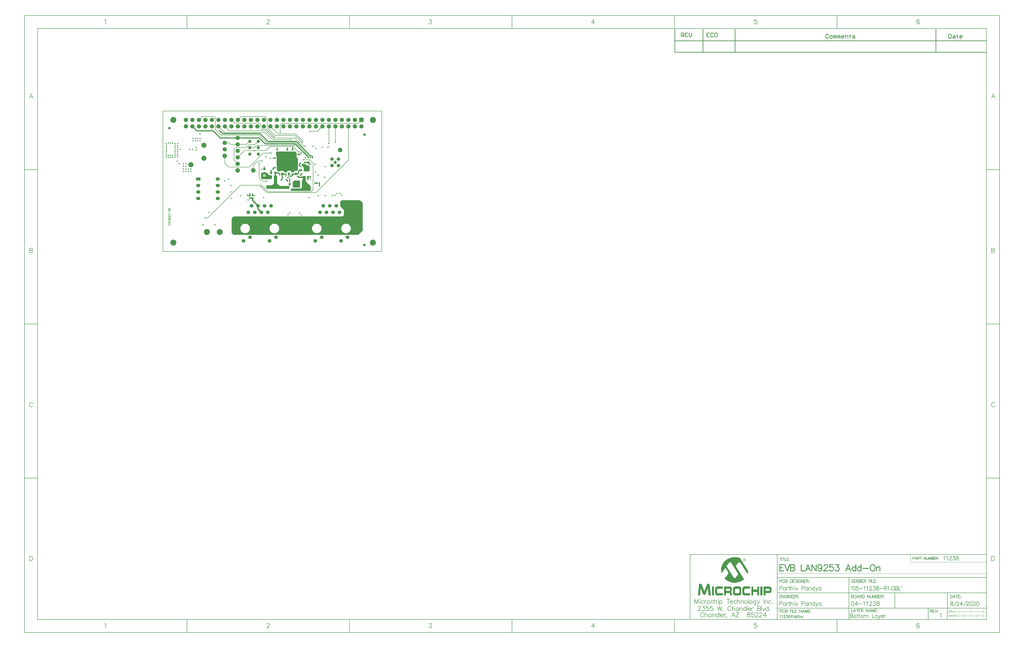
<source format=gbl>
G04*
G04 #@! TF.GenerationSoftware,Altium Limited,Altium Designer,20.1.14 (287)*
G04*
G04 Layer_Physical_Order=4*
G04 Layer_Color=204*
%FSLAX43Y43*%
%MOMM*%
G71*
G04*
G04 #@! TF.SameCoordinates,088B0059-FF59-4391-8688-F82EEA9C3BEC*
G04*
G04*
G04 #@! TF.FilePolarity,Positive*
G04*
G01*
G75*
%ADD11C,0.254*%
%ADD12C,0.200*%
%ADD15C,0.178*%
%ADD16C,0.127*%
%ADD17C,0.150*%
%ADD18C,0.100*%
%ADD19C,0.180*%
%ADD20C,0.350*%
%ADD22C,1.016*%
G04:AMPARAMS|DCode=23|XSize=0.55mm|YSize=0.6mm|CornerRadius=0.138mm|HoleSize=0mm|Usage=FLASHONLY|Rotation=0.000|XOffset=0mm|YOffset=0mm|HoleType=Round|Shape=RoundedRectangle|*
%AMROUNDEDRECTD23*
21,1,0.550,0.325,0,0,0.0*
21,1,0.275,0.600,0,0,0.0*
1,1,0.275,0.138,-0.163*
1,1,0.275,-0.138,-0.163*
1,1,0.275,-0.138,0.163*
1,1,0.275,0.138,0.163*
%
%ADD23ROUNDEDRECTD23*%
G04:AMPARAMS|DCode=24|XSize=0.55mm|YSize=0.6mm|CornerRadius=0.138mm|HoleSize=0mm|Usage=FLASHONLY|Rotation=270.000|XOffset=0mm|YOffset=0mm|HoleType=Round|Shape=RoundedRectangle|*
%AMROUNDEDRECTD24*
21,1,0.550,0.325,0,0,270.0*
21,1,0.275,0.600,0,0,270.0*
1,1,0.275,-0.163,-0.138*
1,1,0.275,-0.163,0.138*
1,1,0.275,0.163,0.138*
1,1,0.275,0.163,-0.138*
%
%ADD24ROUNDEDRECTD24*%
G04:AMPARAMS|DCode=26|XSize=0.9mm|YSize=0.8mm|CornerRadius=0.2mm|HoleSize=0mm|Usage=FLASHONLY|Rotation=180.000|XOffset=0mm|YOffset=0mm|HoleType=Round|Shape=RoundedRectangle|*
%AMROUNDEDRECTD26*
21,1,0.900,0.400,0,0,180.0*
21,1,0.500,0.800,0,0,180.0*
1,1,0.400,-0.250,0.200*
1,1,0.400,0.250,0.200*
1,1,0.400,0.250,-0.200*
1,1,0.400,-0.250,-0.200*
%
%ADD26ROUNDEDRECTD26*%
G04:AMPARAMS|DCode=27|XSize=0.9mm|YSize=0.8mm|CornerRadius=0.2mm|HoleSize=0mm|Usage=FLASHONLY|Rotation=90.000|XOffset=0mm|YOffset=0mm|HoleType=Round|Shape=RoundedRectangle|*
%AMROUNDEDRECTD27*
21,1,0.900,0.400,0,0,90.0*
21,1,0.500,0.800,0,0,90.0*
1,1,0.400,0.200,0.250*
1,1,0.400,0.200,-0.250*
1,1,0.400,-0.200,-0.250*
1,1,0.400,-0.200,0.250*
%
%ADD27ROUNDEDRECTD27*%
%ADD68C,0.508*%
%ADD69C,0.381*%
%ADD70C,0.203*%
%ADD72C,1.194*%
%ADD73C,1.346*%
%ADD74C,1.400*%
%ADD75C,2.600*%
%ADD77C,1.676*%
%ADD78R,1.676X1.676*%
%ADD79P,1.815X8X22.5*%
%ADD80O,1.651X1.295*%
%ADD81R,1.651X1.295*%
%ADD82C,2.000*%
%ADD83P,1.815X8X112.5*%
%ADD84C,1.270*%
%ADD85C,2.337*%
%ADD86C,0.508*%
G36*
X55872Y34019D02*
X56262Y33629D01*
X57074Y33629D01*
X57315Y33388D01*
X57315Y31737D01*
X56921Y31344D01*
X55169Y31344D01*
X54991Y31521D01*
X54991Y32156D01*
X54991Y32893D01*
X54153Y33731D01*
X54153Y34138D01*
X54305Y34290D01*
X55601Y34290D01*
X55872Y34019D01*
X55872Y34019D02*
G37*
G36*
X52197Y38608D02*
X52197Y36830D01*
X52705Y36322D01*
X52705Y31960D01*
X52368Y31623D01*
X51562Y31623D01*
X51273Y31334D01*
X51273Y31115D01*
X51146Y30988D01*
X50165Y30988D01*
X49989Y31164D01*
X49989Y31496D01*
X49862Y31623D01*
X48895Y31623D01*
X48275Y31003D01*
X47590Y31003D01*
X46970Y31623D01*
X46101Y31623D01*
X45859Y31381D01*
X44819Y31381D01*
X44497Y31703D01*
X44497Y33401D01*
X44450Y33448D01*
X44450Y37465D01*
X44196Y37719D01*
X44196Y38906D01*
X44406Y39116D01*
X51689Y39116D01*
X52197Y38608D01*
X52197Y38608D02*
G37*
G36*
X41656Y29845D02*
X42418Y29845D01*
X42672Y29591D01*
X42672Y28821D01*
X42172Y28321D01*
X38697Y28321D01*
X38354Y28664D01*
X38354Y30607D01*
X38608Y30861D01*
X40640Y30861D01*
X41656Y29845D01*
X41656Y29845D02*
G37*
G36*
X53594Y27705D02*
X53594Y25273D01*
X53340Y25019D01*
X51063Y25019D01*
X50673Y25409D01*
X50673Y27161D01*
X51325Y27813D01*
X53486Y27813D01*
X53594Y27705D01*
X53594Y27705D02*
G37*
G36*
X44575Y29596D02*
X44575Y26672D01*
X45593Y25654D01*
X49276Y25654D01*
X49403Y25527D01*
X49403Y24892D01*
X49022Y24511D01*
X40767Y24511D01*
X40386Y24892D01*
X40386Y25654D01*
X40640Y25908D01*
X42545Y25908D01*
X43307Y26670D01*
X43307Y29591D01*
X43453Y29737D01*
X44434Y29737D01*
X44575Y29596D01*
X44575Y29596D02*
G37*
G36*
X55753Y29388D02*
X55753Y27508D01*
X57752Y25509D01*
X57752Y24097D01*
X57386Y23731D01*
X50031Y23731D01*
X49911Y23851D01*
X49911Y24384D01*
X50165Y24638D01*
X53793Y24638D01*
X54229Y25074D01*
X54229Y27705D01*
X54584Y28060D01*
X54584Y29394D01*
X54731Y29540D01*
X55601Y29540D01*
X55753Y29388D01*
X55753Y29388D02*
G37*
G36*
X2544Y16998D02*
X2592Y16997D01*
X2638Y16992D01*
X2679Y16988D01*
X2718Y16983D01*
X2751Y16976D01*
X2780Y16969D01*
X2808Y16962D01*
X2831Y16956D01*
X2850Y16948D01*
X2866Y16942D01*
X2879Y16937D01*
X2890Y16931D01*
X2896Y16928D01*
X2901Y16927D01*
X2902Y16925D01*
X2922Y16910D01*
X2940Y16895D01*
X2956Y16878D01*
X2968Y16861D01*
X2980Y16844D01*
X2989Y16829D01*
X2997Y16812D01*
X3003Y16797D01*
X3011Y16768D01*
X3014Y16756D01*
X3015Y16745D01*
X3015Y16737D01*
X3017Y16731D01*
X3017Y16725D01*
X3015Y16702D01*
X3012Y16681D01*
X3006Y16661D01*
X2998Y16643D01*
X2980Y16609D01*
X2959Y16580D01*
X2937Y16557D01*
X2928Y16548D01*
X2919Y16541D01*
X2911Y16534D01*
X2905Y16530D01*
X2902Y16528D01*
X2901Y16527D01*
X2876Y16513D01*
X2849Y16501D01*
X2820Y16492D01*
X2788Y16483D01*
X2719Y16469D01*
X2652Y16460D01*
X2620Y16457D01*
X2589Y16455D01*
X2563Y16452D01*
X2539Y16452D01*
X2519Y16450D01*
X2504Y16450D01*
X2499Y16450D01*
X2495Y16450D01*
X2493Y16450D01*
X2492Y16450D01*
X2438Y16452D01*
X2391Y16454D01*
X2345Y16458D01*
X2305Y16463D01*
X2267Y16469D01*
X2234Y16475D01*
X2205Y16481D01*
X2177Y16489D01*
X2154Y16496D01*
X2134Y16502D01*
X2119Y16508D01*
X2105Y16515D01*
X2095Y16519D01*
X2089Y16524D01*
X2084Y16525D01*
X2083Y16527D01*
X2061Y16542D01*
X2044Y16557D01*
X2028Y16574D01*
X2014Y16591D01*
X2003Y16608D01*
X1994Y16623D01*
X1986Y16640D01*
X1980Y16655D01*
X1971Y16684D01*
X1968Y16696D01*
X1967Y16707D01*
X1965Y16715D01*
X1965Y16727D01*
X1967Y16750D01*
X1970Y16771D01*
X1976Y16791D01*
X1983Y16809D01*
X2002Y16843D01*
X2023Y16872D01*
X2046Y16895D01*
X2055Y16904D01*
X2064Y16911D01*
X2072Y16918D01*
X2078Y16922D01*
X2081Y16924D01*
X2083Y16925D01*
X2107Y16939D01*
X2134Y16950D01*
X2163Y16960D01*
X2196Y16968D01*
X2263Y16982D01*
X2330Y16991D01*
X2362Y16994D01*
X2392Y16995D01*
X2420Y16997D01*
X2443Y16998D01*
X2463Y17000D01*
X2478Y17000D01*
X2483Y17000D01*
X2487Y17000D01*
X2489Y17000D01*
X2490Y17000D01*
X2544Y16998D01*
X2544Y16998D02*
G37*
G36*
X2792Y16025D02*
X3000Y16025D01*
X3000Y15867D01*
X2792Y15867D01*
X2792Y15762D01*
X2618Y15762D01*
X2618Y15867D01*
X1965Y15867D01*
X1965Y16005D01*
X2620Y16371D01*
X2792Y16371D01*
X2792Y16025D01*
X2792Y16025D02*
G37*
G36*
X2725Y15377D02*
X2527Y15377D01*
X2527Y15698D01*
X2725Y15698D01*
X2725Y15377D01*
X2725Y15377D02*
G37*
G36*
X2383Y15205D02*
X2360Y15164D01*
X2334Y15128D01*
X2310Y15098D01*
X2299Y15084D01*
X2289Y15072D01*
X2278Y15061D01*
X2270Y15054D01*
X2263Y15046D01*
X2258Y15041D01*
X2255Y15038D01*
X2254Y15037D01*
X3000Y15037D01*
X3000Y14874D01*
X1965Y14874D01*
X1965Y15006D01*
X1999Y15019D01*
X2029Y15034D01*
X2057Y15051D01*
X2079Y15067D01*
X2099Y15083D01*
X2115Y15095D01*
X2124Y15104D01*
X2125Y15106D01*
X2127Y15107D01*
X2151Y15135D01*
X2171Y15161D01*
X2188Y15183D01*
X2202Y15205D01*
X2211Y15223D01*
X2218Y15235D01*
X2221Y15244D01*
X2223Y15246D01*
X2223Y15248D01*
X2403Y15248D01*
X2383Y15205D01*
X2383Y15205D02*
G37*
G36*
X2383Y14547D02*
X2360Y14506D01*
X2334Y14471D01*
X2310Y14440D01*
X2299Y14426D01*
X2289Y14414D01*
X2278Y14403D01*
X2270Y14396D01*
X2263Y14388D01*
X2258Y14384D01*
X2255Y14380D01*
X2254Y14379D01*
X3000Y14379D01*
X3000Y14216D01*
X1965Y14216D01*
X1965Y14348D01*
X1999Y14361D01*
X2029Y14376D01*
X2057Y14393D01*
X2079Y14409D01*
X2099Y14425D01*
X2115Y14437D01*
X2124Y14446D01*
X2125Y14448D01*
X2127Y14449D01*
X2151Y14477D01*
X2171Y14503D01*
X2188Y14525D01*
X2202Y14547D01*
X2211Y14565D01*
X2218Y14577D01*
X2221Y14587D01*
X2223Y14588D01*
X2223Y14590D01*
X2403Y14590D01*
X2383Y14547D01*
X2383Y14547D02*
G37*
G36*
X78003Y19025D02*
X78003Y8153D01*
X76352Y6502D01*
X72538Y6502D01*
X72383Y6566D01*
X72134Y6599D01*
X71885Y6566D01*
X71730Y6502D01*
X62428Y6502D01*
X62273Y6566D01*
X62024Y6599D01*
X61775Y6566D01*
X61620Y6502D01*
X44537Y6502D01*
X44382Y6566D01*
X44133Y6599D01*
X43884Y6566D01*
X43730Y6502D01*
X34427Y6502D01*
X34272Y6566D01*
X34023Y6599D01*
X33774Y6566D01*
X33620Y6502D01*
X27559Y6502D01*
X26797Y7264D01*
X26797Y12929D01*
X27610Y13741D01*
X70053Y13741D01*
X70637Y14326D01*
X70637Y16231D01*
X69215Y17653D01*
X69215Y19558D01*
X69774Y20117D01*
X76911Y20117D01*
X78003Y19025D01*
X78003Y19025D02*
G37*
G36*
X3000Y13426D02*
X2817Y13426D01*
X2817Y13750D01*
X2797Y13739D01*
X2780Y13729D01*
X2774Y13724D01*
X2768Y13719D01*
X2765Y13718D01*
X2763Y13716D01*
X2750Y13706D01*
X2733Y13692D01*
X2715Y13675D01*
X2695Y13658D01*
X2676Y13643D01*
X2661Y13629D01*
X2655Y13625D01*
X2650Y13620D01*
X2649Y13619D01*
X2647Y13617D01*
X2614Y13588D01*
X2583Y13564D01*
X2557Y13542D01*
X2534Y13526D01*
X2518Y13513D01*
X2504Y13504D01*
X2496Y13500D01*
X2493Y13498D01*
X2470Y13486D01*
X2449Y13474D01*
X2429Y13465D01*
X2411Y13457D01*
X2395Y13452D01*
X2385Y13448D01*
X2377Y13445D01*
X2374Y13445D01*
X2351Y13439D01*
X2330Y13434D01*
X2308Y13431D01*
X2290Y13428D01*
X2273Y13428D01*
X2261Y13426D01*
X2254Y13426D01*
X2250Y13426D01*
X2229Y13426D01*
X2209Y13429D01*
X2173Y13437D01*
X2139Y13448D01*
X2110Y13460D01*
X2086Y13474D01*
X2075Y13480D01*
X2067Y13484D01*
X2061Y13489D01*
X2057Y13492D01*
X2054Y13494D01*
X2052Y13495D01*
X2037Y13509D01*
X2023Y13523D01*
X2012Y13538D01*
X2002Y13555D01*
X1992Y13571D01*
X1986Y13588D01*
X1976Y13620D01*
X1970Y13651D01*
X1968Y13663D01*
X1967Y13675D01*
X1965Y13684D01*
X1965Y13697D01*
X1967Y13718D01*
X1968Y13739D01*
X1977Y13777D01*
X1988Y13811D01*
X2002Y13839D01*
X2015Y13861D01*
X2023Y13869D01*
X2028Y13877D01*
X2032Y13883D01*
X2037Y13887D01*
X2038Y13889D01*
X2040Y13890D01*
X2055Y13904D01*
X2070Y13915D01*
X2107Y13935D01*
X2145Y13950D01*
X2182Y13961D01*
X2200Y13965D01*
X2217Y13970D01*
X2232Y13971D01*
X2244Y13974D01*
X2255Y13976D01*
X2263Y13976D01*
X2269Y13977D01*
X2270Y13977D01*
X2292Y13816D01*
X2263Y13813D01*
X2238Y13808D01*
X2217Y13802D01*
X2199Y13794D01*
X2182Y13785D01*
X2170Y13776D01*
X2159Y13765D01*
X2150Y13755D01*
X2144Y13744D01*
X2139Y13735D01*
X2133Y13716D01*
X2131Y13710D01*
X2130Y13704D01*
X2130Y13700D01*
X2131Y13683D01*
X2136Y13666D01*
X2141Y13652D01*
X2147Y13642D01*
X2154Y13632D01*
X2159Y13626D01*
X2163Y13622D01*
X2165Y13620D01*
X2179Y13610D01*
X2196Y13602D01*
X2212Y13597D01*
X2229Y13593D01*
X2244Y13591D01*
X2257Y13590D01*
X2264Y13590D01*
X2266Y13590D01*
X2267Y13590D01*
X2290Y13591D01*
X2313Y13596D01*
X2334Y13602D01*
X2353Y13608D01*
X2370Y13614D01*
X2382Y13620D01*
X2389Y13625D01*
X2392Y13626D01*
X2402Y13632D01*
X2412Y13640D01*
X2437Y13658D01*
X2463Y13680D01*
X2490Y13703D01*
X2516Y13724D01*
X2528Y13733D01*
X2537Y13742D01*
X2545Y13748D01*
X2551Y13755D01*
X2556Y13758D01*
X2557Y13759D01*
X2585Y13784D01*
X2612Y13805D01*
X2637Y13826D01*
X2660Y13845D01*
X2682Y13861D01*
X2702Y13875D01*
X2721Y13889D01*
X2737Y13900D01*
X2753Y13910D01*
X2765Y13919D01*
X2777Y13926D01*
X2786Y13932D01*
X2794Y13936D01*
X2799Y13938D01*
X2802Y13941D01*
X2803Y13941D01*
X2838Y13956D01*
X2873Y13968D01*
X2907Y13979D01*
X2936Y13985D01*
X2962Y13990D01*
X2973Y13993D01*
X2982Y13994D01*
X2989Y13994D01*
X2995Y13996D01*
X2998Y13996D01*
X3000Y13996D01*
X3000Y13426D01*
X3000Y13426D02*
G37*
G36*
X2774Y13315D02*
X2815Y13304D01*
X2835Y13297D01*
X2852Y13289D01*
X2869Y13281D01*
X2882Y13274D01*
X2896Y13266D01*
X2907Y13258D01*
X2916Y13252D01*
X2925Y13246D01*
X2931Y13242D01*
X2936Y13237D01*
X2937Y13236D01*
X2939Y13234D01*
X2953Y13219D01*
X2965Y13203D01*
X2976Y13188D01*
X2983Y13171D01*
X2998Y13139D01*
X3008Y13110D01*
X3012Y13084D01*
X3014Y13072D01*
X3015Y13063D01*
X3017Y13055D01*
X3017Y13045D01*
X3015Y13023D01*
X3012Y13004D01*
X3008Y12984D01*
X3003Y12964D01*
X2988Y12930D01*
X2971Y12901D01*
X2954Y12877D01*
X2947Y12868D01*
X2939Y12860D01*
X2934Y12854D01*
X2930Y12848D01*
X2927Y12846D01*
X2925Y12845D01*
X2907Y12829D01*
X2889Y12816D01*
X2869Y12805D01*
X2849Y12796D01*
X2811Y12781D01*
X2774Y12770D01*
X2756Y12767D01*
X2740Y12764D01*
X2727Y12762D01*
X2715Y12761D01*
X2705Y12759D01*
X2698Y12759D01*
X2693Y12759D01*
X2692Y12759D01*
X2657Y12761D01*
X2624Y12767D01*
X2597Y12773D01*
X2574Y12782D01*
X2556Y12790D01*
X2542Y12797D01*
X2533Y12804D01*
X2530Y12805D01*
X2507Y12823D01*
X2489Y12842D01*
X2475Y12860D01*
X2463Y12878D01*
X2455Y12895D01*
X2450Y12907D01*
X2447Y12917D01*
X2446Y12918D01*
X2446Y12920D01*
X2431Y12898D01*
X2414Y12880D01*
X2397Y12863D01*
X2383Y12851D01*
X2370Y12840D01*
X2360Y12834D01*
X2354Y12829D01*
X2351Y12828D01*
X2330Y12817D01*
X2308Y12810D01*
X2289Y12804D01*
X2269Y12800D01*
X2254Y12797D01*
X2240Y12796D01*
X2232Y12796D01*
X2229Y12796D01*
X2211Y12796D01*
X2192Y12799D01*
X2159Y12807D01*
X2128Y12817D01*
X2101Y12829D01*
X2078Y12843D01*
X2069Y12849D01*
X2061Y12854D01*
X2055Y12858D01*
X2050Y12862D01*
X2049Y12863D01*
X2047Y12865D01*
X2032Y12878D01*
X2020Y12892D01*
X2009Y12907D01*
X2000Y12923D01*
X1985Y12953D01*
X1976Y12982D01*
X1970Y13010D01*
X1968Y13020D01*
X1967Y13029D01*
X1965Y13039D01*
X1965Y13068D01*
X1968Y13086D01*
X1976Y13120D01*
X1986Y13150D01*
X1997Y13174D01*
X2009Y13194D01*
X2020Y13210D01*
X2028Y13219D01*
X2029Y13220D01*
X2031Y13222D01*
X2043Y13234D01*
X2058Y13245D01*
X2090Y13265D01*
X2124Y13280D01*
X2157Y13292D01*
X2188Y13301D01*
X2200Y13304D01*
X2212Y13307D01*
X2221Y13309D01*
X2229Y13310D01*
X2234Y13312D01*
X2235Y13312D01*
X2266Y13162D01*
X2241Y13159D01*
X2221Y13155D01*
X2203Y13149D01*
X2189Y13142D01*
X2179Y13136D01*
X2170Y13132D01*
X2165Y13129D01*
X2163Y13127D01*
X2151Y13115D01*
X2144Y13103D01*
X2138Y13091D01*
X2133Y13080D01*
X2130Y13071D01*
X2128Y13062D01*
X2128Y13055D01*
X2130Y13040D01*
X2133Y13026D01*
X2138Y13014D01*
X2144Y13005D01*
X2150Y12997D01*
X2154Y12991D01*
X2157Y12988D01*
X2159Y12987D01*
X2171Y12978D01*
X2185Y12971D01*
X2199Y12965D01*
X2211Y12962D01*
X2223Y12961D01*
X2232Y12959D01*
X2238Y12959D01*
X2241Y12959D01*
X2264Y12961D01*
X2284Y12965D01*
X2301Y12971D01*
X2315Y12978D01*
X2325Y12984D01*
X2334Y12990D01*
X2339Y12994D01*
X2341Y12996D01*
X2351Y13011D01*
X2360Y13026D01*
X2365Y13043D01*
X2370Y13060D01*
X2371Y13074D01*
X2373Y13086D01*
X2373Y13097D01*
X2534Y13113D01*
X2530Y13098D01*
X2525Y13084D01*
X2522Y13071D01*
X2521Y13060D01*
X2519Y13052D01*
X2519Y13040D01*
X2521Y13023D01*
X2525Y13008D01*
X2533Y12994D01*
X2541Y12982D01*
X2550Y12973D01*
X2556Y12965D01*
X2562Y12961D01*
X2563Y12959D01*
X2580Y12949D01*
X2600Y12939D01*
X2620Y12933D01*
X2638Y12930D01*
X2655Y12927D01*
X2669Y12926D01*
X2678Y12926D01*
X2679Y12926D01*
X2681Y12926D01*
X2710Y12927D01*
X2734Y12932D01*
X2757Y12936D01*
X2774Y12942D01*
X2789Y12950D01*
X2799Y12955D01*
X2806Y12959D01*
X2808Y12961D01*
X2823Y12975D01*
X2834Y12988D01*
X2841Y13004D01*
X2846Y13017D01*
X2849Y13028D01*
X2852Y13037D01*
X2852Y13046D01*
X2850Y13063D01*
X2846Y13078D01*
X2840Y13092D01*
X2832Y13103D01*
X2826Y13112D01*
X2820Y13120D01*
X2815Y13124D01*
X2814Y13126D01*
X2799Y13136D01*
X2780Y13145D01*
X2762Y13153D01*
X2744Y13158D01*
X2727Y13162D01*
X2715Y13164D01*
X2705Y13165D01*
X2704Y13165D01*
X2702Y13165D01*
X2725Y13323D01*
X2774Y13315D01*
X2774Y13315D02*
G37*
G36*
X2730Y12657D02*
X2754Y12655D01*
X2800Y12646D01*
X2820Y12640D01*
X2840Y12634D01*
X2856Y12626D01*
X2872Y12619D01*
X2886Y12611D01*
X2898Y12604D01*
X2908Y12597D01*
X2918Y12591D01*
X2924Y12587D01*
X2928Y12582D01*
X2931Y12581D01*
X2933Y12579D01*
X2948Y12564D01*
X2960Y12547D01*
X2971Y12530D01*
X2982Y12514D01*
X2997Y12480D01*
X3006Y12448D01*
X3012Y12420D01*
X3014Y12408D01*
X3015Y12397D01*
X3017Y12390D01*
X3017Y12378D01*
X3015Y12349D01*
X3011Y12323D01*
X3005Y12298D01*
X2997Y12278D01*
X2991Y12262D01*
X2985Y12248D01*
X2980Y12240D01*
X2979Y12237D01*
X2963Y12214D01*
X2945Y12196D01*
X2927Y12179D01*
X2908Y12165D01*
X2892Y12153D01*
X2879Y12146D01*
X2870Y12141D01*
X2869Y12139D01*
X2867Y12139D01*
X2838Y12127D01*
X2809Y12118D01*
X2782Y12112D01*
X2754Y12107D01*
X2731Y12104D01*
X2722Y12104D01*
X2715Y12103D01*
X2707Y12103D01*
X2702Y12103D01*
X2699Y12103D01*
X2698Y12103D01*
X2664Y12104D01*
X2634Y12109D01*
X2608Y12115D01*
X2585Y12121D01*
X2566Y12127D01*
X2553Y12133D01*
X2545Y12138D01*
X2542Y12139D01*
X2519Y12155D01*
X2499Y12172D01*
X2483Y12190D01*
X2469Y12207D01*
X2457Y12223D01*
X2449Y12236D01*
X2444Y12245D01*
X2443Y12246D01*
X2443Y12248D01*
X2431Y12230D01*
X2417Y12211D01*
X2403Y12198D01*
X2389Y12185D01*
X2377Y12175D01*
X2368Y12168D01*
X2362Y12164D01*
X2359Y12162D01*
X2337Y12152D01*
X2315Y12144D01*
X2293Y12138D01*
X2273Y12135D01*
X2255Y12132D01*
X2241Y12130D01*
X2232Y12130D01*
X2231Y12130D01*
X2229Y12130D01*
X2209Y12130D01*
X2189Y12133D01*
X2154Y12141D01*
X2122Y12152D01*
X2095Y12162D01*
X2073Y12175D01*
X2064Y12181D01*
X2057Y12185D01*
X2050Y12190D01*
X2046Y12193D01*
X2044Y12194D01*
X2043Y12196D01*
X2029Y12208D01*
X2017Y12222D01*
X2006Y12237D01*
X1997Y12252D01*
X1983Y12283D01*
X1974Y12314D01*
X1970Y12341D01*
X1968Y12353D01*
X1967Y12364D01*
X1965Y12372D01*
X1965Y12384D01*
X1967Y12405D01*
X1968Y12425D01*
X1976Y12462D01*
X1988Y12494D01*
X2002Y12520D01*
X2015Y12541D01*
X2026Y12556D01*
X2032Y12561D01*
X2035Y12565D01*
X2037Y12567D01*
X2038Y12568D01*
X2052Y12581D01*
X2067Y12591D01*
X2098Y12608D01*
X2130Y12620D01*
X2162Y12628D01*
X2188Y12634D01*
X2200Y12636D01*
X2211Y12636D01*
X2218Y12637D01*
X2225Y12637D01*
X2229Y12637D01*
X2231Y12637D01*
X2258Y12636D01*
X2283Y12633D01*
X2304Y12628D01*
X2322Y12622D01*
X2337Y12617D01*
X2350Y12613D01*
X2356Y12610D01*
X2359Y12608D01*
X2377Y12596D01*
X2394Y12581D01*
X2409Y12567D01*
X2421Y12552D01*
X2431Y12538D01*
X2437Y12527D01*
X2441Y12521D01*
X2443Y12518D01*
X2457Y12542D01*
X2473Y12564D01*
X2490Y12582D01*
X2507Y12596D01*
X2522Y12608D01*
X2534Y12617D01*
X2542Y12622D01*
X2544Y12623D01*
X2545Y12623D01*
X2571Y12636D01*
X2599Y12643D01*
X2624Y12649D01*
X2649Y12654D01*
X2672Y12657D01*
X2689Y12659D01*
X2695Y12659D01*
X2699Y12659D01*
X2702Y12659D01*
X2704Y12659D01*
X2730Y12657D01*
X2730Y12657D02*
G37*
G36*
X2725Y11694D02*
X2527Y11694D01*
X2527Y12014D01*
X2725Y12014D01*
X2725Y11694D01*
X2725Y11694D02*
G37*
G36*
X3000Y11399D02*
X2570Y11399D01*
X2570Y11344D01*
X2571Y11327D01*
X2573Y11312D01*
X2576Y11300D01*
X2577Y11291D01*
X2580Y11285D01*
X2582Y11282D01*
X2582Y11280D01*
X2586Y11269D01*
X2594Y11260D01*
X2608Y11245D01*
X2614Y11239D01*
X2620Y11234D01*
X2623Y11231D01*
X2624Y11230D01*
X2631Y11225D01*
X2640Y11219D01*
X2649Y11211D01*
X2660Y11205D01*
X2686Y11190D01*
X2711Y11175D01*
X2736Y11161D01*
X2747Y11155D01*
X2756Y11149D01*
X2763Y11144D01*
X2769Y11141D01*
X2774Y11138D01*
X2776Y11138D01*
X3000Y11016D01*
X3000Y10810D01*
X2800Y10914D01*
X2779Y10924D01*
X2757Y10935D01*
X2739Y10946D01*
X2722Y10955D01*
X2707Y10964D01*
X2693Y10972D01*
X2670Y10985D01*
X2653Y10996D01*
X2641Y11005D01*
X2634Y11010D01*
X2632Y11011D01*
X2615Y11025D01*
X2599Y11040D01*
X2583Y11056D01*
X2571Y11069D01*
X2560Y11082D01*
X2553Y11092D01*
X2547Y11098D01*
X2545Y11101D01*
X2536Y11063D01*
X2524Y11031D01*
X2508Y11002D01*
X2492Y10979D01*
X2478Y10961D01*
X2466Y10947D01*
X2457Y10940D01*
X2455Y10937D01*
X2454Y10937D01*
X2423Y10917D01*
X2391Y10901D01*
X2359Y10891D01*
X2328Y10885D01*
X2301Y10880D01*
X2289Y10879D01*
X2278Y10879D01*
X2270Y10877D01*
X2263Y10877D01*
X2260Y10877D01*
X2258Y10877D01*
X2223Y10879D01*
X2192Y10883D01*
X2163Y10889D01*
X2139Y10895D01*
X2121Y10903D01*
X2105Y10909D01*
X2096Y10914D01*
X2093Y10915D01*
X2069Y10930D01*
X2049Y10947D01*
X2032Y10963D01*
X2020Y10978D01*
X2009Y10992D01*
X2002Y11002D01*
X1999Y11010D01*
X1997Y11013D01*
X1992Y11025D01*
X1988Y11039D01*
X1980Y11069D01*
X1976Y11101D01*
X1971Y11134D01*
X1970Y11163D01*
X1970Y11176D01*
X1968Y11187D01*
X1968Y11570D01*
X3000Y11570D01*
X3000Y11399D01*
X3000Y11399D02*
G37*
G36*
X2383Y10668D02*
X2360Y10627D01*
X2334Y10592D01*
X2310Y10561D01*
X2299Y10547D01*
X2289Y10535D01*
X2278Y10524D01*
X2270Y10517D01*
X2263Y10509D01*
X2258Y10505D01*
X2255Y10502D01*
X2254Y10500D01*
X3000Y10500D01*
X3000Y10337D01*
X1965Y10337D01*
X1965Y10469D01*
X1999Y10482D01*
X2029Y10497D01*
X2057Y10514D01*
X2079Y10531D01*
X2099Y10546D01*
X2115Y10558D01*
X2124Y10567D01*
X2125Y10569D01*
X2127Y10570D01*
X2151Y10598D01*
X2171Y10624D01*
X2188Y10647D01*
X2202Y10668D01*
X2211Y10686D01*
X2218Y10698D01*
X2221Y10708D01*
X2223Y10709D01*
X2223Y10711D01*
X2403Y10711D01*
X2383Y10668D01*
X2383Y10668D02*
G37*
G36*
X227343Y-120052D02*
X227427Y-120080D01*
X227540Y-120122D01*
X227639Y-120179D01*
X227724Y-120277D01*
X227780Y-120419D01*
X227808Y-120588D01*
X227808Y-120616D01*
X227794Y-120672D01*
X227780Y-120771D01*
X227738Y-120870D01*
X227681Y-120983D01*
X227582Y-121068D01*
X227441Y-121138D01*
X227258Y-121166D01*
X227216Y-121166D01*
X227173Y-121152D01*
X227117Y-121138D01*
X226976Y-121096D01*
X226905Y-121053D01*
X226835Y-120997D01*
X226835Y-120983D01*
X226806Y-120969D01*
X226750Y-120884D01*
X226694Y-120757D01*
X226679Y-120672D01*
X226665Y-120588D01*
X226665Y-120574D01*
X226665Y-120545D01*
X226679Y-120503D01*
X226694Y-120461D01*
X226750Y-120334D01*
X226792Y-120263D01*
X226849Y-120207D01*
X226863Y-120193D01*
X226877Y-120179D01*
X226962Y-120122D01*
X227089Y-120066D01*
X227173Y-120038D01*
X227286Y-120038D01*
X227343Y-120052D01*
X227343Y-120052D02*
G37*
G36*
X223731Y-119558D02*
X223843Y-119572D01*
X223985Y-119572D01*
X224126Y-119600D01*
X224450Y-119642D01*
X224803Y-119727D01*
X225156Y-119826D01*
X225508Y-119967D01*
X228669Y-125004D01*
X228669Y-125018D01*
X228669Y-125046D01*
X228655Y-125103D01*
X228655Y-125159D01*
X228641Y-125244D01*
X228627Y-125343D01*
X228584Y-125554D01*
X228584Y-125569D01*
X228570Y-125611D01*
X228556Y-125667D01*
X228542Y-125738D01*
X228514Y-125837D01*
X228486Y-125935D01*
X228415Y-126175D01*
X225664Y-121872D01*
X225649Y-121858D01*
X225635Y-121815D01*
X225579Y-121759D01*
X225522Y-121702D01*
X225452Y-121646D01*
X225367Y-121590D01*
X225283Y-121547D01*
X225170Y-121533D01*
X225127Y-121533D01*
X225085Y-121547D01*
X225029Y-121576D01*
X224958Y-121618D01*
X224873Y-121674D01*
X224803Y-121745D01*
X224718Y-121858D01*
X223801Y-123113D01*
X227032Y-128207D01*
X227018Y-128221D01*
X226962Y-128264D01*
X226877Y-128334D01*
X226764Y-128419D01*
X226609Y-128532D01*
X226425Y-128644D01*
X226228Y-128771D01*
X225988Y-128898D01*
X225734Y-129025D01*
X225438Y-129152D01*
X225142Y-129265D01*
X224803Y-129378D01*
X224450Y-129463D01*
X224083Y-129533D01*
X223702Y-129576D01*
X223293Y-129590D01*
X223194Y-129590D01*
X223081Y-129576D01*
X222926Y-129562D01*
X222729Y-129533D01*
X222503Y-129505D01*
X222263Y-129449D01*
X221981Y-129378D01*
X221699Y-129294D01*
X221388Y-129181D01*
X221064Y-129054D01*
X220739Y-128898D01*
X220415Y-128701D01*
X220090Y-128489D01*
X219780Y-128235D01*
X219469Y-127939D01*
X220838Y-126048D01*
X220852Y-126034D01*
X220866Y-125978D01*
X220894Y-125893D01*
X220909Y-125823D01*
X220923Y-125738D01*
X220923Y-125710D01*
X220909Y-125639D01*
X220866Y-125512D01*
X220782Y-125357D01*
X219766Y-123763D01*
X218256Y-125865D01*
X218256Y-125851D01*
X218242Y-125837D01*
X218228Y-125752D01*
X218200Y-125625D01*
X218171Y-125456D01*
X218129Y-125244D01*
X218101Y-125018D01*
X218087Y-124750D01*
X218073Y-124482D01*
X218073Y-124454D01*
X218073Y-124397D01*
X218087Y-124285D01*
X218101Y-124158D01*
X218115Y-123988D01*
X218143Y-123791D01*
X218200Y-123565D01*
X218256Y-123325D01*
X218327Y-123071D01*
X218425Y-122789D01*
X218552Y-122507D01*
X218679Y-122225D01*
X218849Y-121942D01*
X219046Y-121646D01*
X219272Y-121364D01*
X219526Y-121096D01*
X219540Y-121082D01*
X219596Y-121025D01*
X219681Y-120955D01*
X219808Y-120856D01*
X219963Y-120729D01*
X220147Y-120602D01*
X220358Y-120461D01*
X220598Y-120320D01*
X220866Y-120179D01*
X221163Y-120038D01*
X221487Y-119896D01*
X221826Y-119784D01*
X222193Y-119685D01*
X222588Y-119614D01*
X222997Y-119558D01*
X223434Y-119544D01*
X223632Y-119544D01*
X223731Y-119558D01*
X223731Y-119558D02*
G37*
G36*
X228979Y-131015D02*
X229050Y-131029D01*
X229106Y-131043D01*
X229120Y-131043D01*
X229149Y-131057D01*
X229247Y-131100D01*
X229304Y-131156D01*
X229346Y-131212D01*
X229389Y-131283D01*
X229417Y-131382D01*
X229417Y-131396D01*
X229431Y-131410D01*
X229431Y-131452D01*
X229445Y-131523D01*
X229445Y-131593D01*
X229459Y-131692D01*
X229459Y-131805D01*
X229459Y-131932D01*
X227568Y-131890D01*
X227554Y-131890D01*
X227498Y-131904D01*
X227427Y-131918D01*
X227357Y-131974D01*
X227272Y-132045D01*
X227202Y-132172D01*
X227173Y-132257D01*
X227145Y-132355D01*
X227131Y-132454D01*
X227131Y-132581D01*
X227131Y-132962D01*
X227131Y-132976D01*
X227131Y-132990D01*
X227145Y-133075D01*
X227159Y-133174D01*
X227187Y-133301D01*
X227230Y-133428D01*
X227314Y-133541D01*
X227413Y-133625D01*
X227484Y-133639D01*
X227554Y-133653D01*
X229487Y-133653D01*
X229487Y-133682D01*
X229487Y-133738D01*
X229487Y-133837D01*
X229473Y-133950D01*
X229459Y-134063D01*
X229445Y-134175D01*
X229417Y-134274D01*
X229374Y-134345D01*
X229374Y-134359D01*
X229346Y-134373D01*
X229304Y-134401D01*
X229247Y-134429D01*
X229163Y-134472D01*
X229050Y-134500D01*
X228909Y-134514D01*
X228739Y-134528D01*
X227329Y-134528D01*
X227216Y-134514D01*
X227075Y-134486D01*
X226933Y-134444D01*
X226778Y-134373D01*
X226651Y-134288D01*
X226552Y-134161D01*
X226552Y-134147D01*
X226524Y-134105D01*
X226496Y-134034D01*
X226468Y-133950D01*
X226440Y-133823D01*
X226411Y-133682D01*
X226397Y-133498D01*
X226383Y-133301D01*
X226383Y-132257D01*
X226383Y-132242D01*
X226383Y-132214D01*
X226383Y-132172D01*
X226397Y-132115D01*
X226411Y-131974D01*
X226440Y-131791D01*
X226482Y-131607D01*
X226567Y-131424D01*
X226665Y-131269D01*
X226736Y-131198D01*
X226806Y-131142D01*
X226821Y-131142D01*
X226849Y-131114D01*
X226891Y-131100D01*
X226962Y-131071D01*
X227046Y-131043D01*
X227159Y-131029D01*
X227286Y-131001D01*
X228810Y-131001D01*
X228979Y-131015D01*
X228979Y-131015D02*
G37*
G36*
X232902Y-134500D02*
X232182Y-134500D01*
X232182Y-133188D01*
X230616Y-133188D01*
X230616Y-134500D01*
X229939Y-134500D01*
X229939Y-131043D01*
X230616Y-131043D01*
X230616Y-132257D01*
X232182Y-132257D01*
X232182Y-131043D01*
X232902Y-131043D01*
X232902Y-134500D01*
X232902Y-134500D02*
G37*
G36*
X213205Y-129914D02*
X213275Y-129928D01*
X213360Y-129971D01*
X213430Y-130027D01*
X213501Y-130126D01*
X213572Y-130253D01*
X213600Y-130436D01*
X214065Y-134500D01*
X213191Y-134500D01*
X212951Y-131579D01*
X212937Y-131579D01*
X212048Y-133921D01*
X212048Y-133936D01*
X212019Y-133978D01*
X211977Y-134048D01*
X211921Y-134119D01*
X211850Y-134190D01*
X211766Y-134260D01*
X211667Y-134302D01*
X211540Y-134317D01*
X211483Y-134317D01*
X211413Y-134288D01*
X211328Y-134260D01*
X211229Y-134218D01*
X211145Y-134147D01*
X211074Y-134048D01*
X211004Y-133921D01*
X210115Y-131622D01*
X210101Y-131622D01*
X209847Y-134500D01*
X209000Y-134500D01*
X209437Y-130394D01*
X209437Y-130366D01*
X209452Y-130309D01*
X209480Y-130239D01*
X209522Y-130140D01*
X209579Y-130055D01*
X209663Y-129971D01*
X209776Y-129914D01*
X209903Y-129900D01*
X209974Y-129900D01*
X210058Y-129928D01*
X210157Y-129957D01*
X210256Y-130013D01*
X210369Y-130098D01*
X210453Y-130211D01*
X210538Y-130366D01*
X211526Y-132877D01*
X211540Y-132877D01*
X212527Y-130366D01*
X212542Y-130352D01*
X212556Y-130295D01*
X212612Y-130225D01*
X212669Y-130126D01*
X212753Y-130041D01*
X212866Y-129971D01*
X212993Y-129914D01*
X213148Y-129900D01*
X213162Y-129900D01*
X213205Y-129914D01*
X213205Y-129914D02*
G37*
G36*
X237036Y-131057D02*
X237149Y-131071D01*
X237276Y-131114D01*
X237417Y-131184D01*
X237544Y-131283D01*
X237657Y-131424D01*
X237741Y-131622D01*
X237741Y-131636D01*
X237756Y-131664D01*
X237756Y-131720D01*
X237770Y-131791D01*
X237784Y-131876D01*
X237784Y-131974D01*
X237798Y-132101D01*
X237798Y-132228D01*
X237798Y-132496D01*
X237798Y-132525D01*
X237798Y-132595D01*
X237784Y-132708D01*
X237770Y-132835D01*
X237741Y-132990D01*
X237713Y-133145D01*
X237657Y-133272D01*
X237586Y-133399D01*
X237586Y-133414D01*
X237558Y-133428D01*
X237516Y-133470D01*
X237473Y-133512D01*
X237403Y-133555D01*
X237318Y-133583D01*
X237234Y-133611D01*
X237121Y-133625D01*
X235399Y-133625D01*
X235399Y-134500D01*
X234694Y-134500D01*
X234694Y-131043D01*
X236965Y-131043D01*
X237036Y-131057D01*
X237036Y-131057D02*
G37*
G36*
X234228Y-134500D02*
X233410Y-134500D01*
X233410Y-131043D01*
X234228Y-131043D01*
X234228Y-134500D01*
X234228Y-134500D02*
G37*
G36*
X221727Y-131057D02*
X221840Y-131100D01*
X221967Y-131170D01*
X222023Y-131227D01*
X222094Y-131297D01*
X222150Y-131382D01*
X222193Y-131481D01*
X222249Y-131593D01*
X222277Y-131734D01*
X222291Y-131890D01*
X222305Y-132073D01*
X222305Y-132285D01*
X222305Y-132299D01*
X222305Y-132313D01*
X222305Y-132398D01*
X222291Y-132525D01*
X222263Y-132666D01*
X222207Y-132807D01*
X222136Y-132948D01*
X222037Y-133061D01*
X221910Y-133145D01*
X221910Y-133160D01*
X221924Y-133160D01*
X221967Y-133188D01*
X222037Y-133230D01*
X222108Y-133301D01*
X222178Y-133399D01*
X222249Y-133526D01*
X222291Y-133696D01*
X222305Y-133921D01*
X222305Y-134500D01*
X221572Y-134500D01*
X221572Y-134091D01*
X221572Y-134077D01*
X221572Y-134048D01*
X221572Y-133992D01*
X221572Y-133936D01*
X221558Y-133823D01*
X221558Y-133766D01*
X221544Y-133724D01*
X221529Y-133710D01*
X221487Y-133653D01*
X221417Y-133611D01*
X221290Y-133597D01*
X220006Y-133597D01*
X220006Y-134500D01*
X219272Y-134500D01*
X219272Y-131043D01*
X221642Y-131043D01*
X221727Y-131057D01*
X221727Y-131057D02*
G37*
G36*
X215307Y-134500D02*
X214503Y-134500D01*
X214503Y-131043D01*
X215307Y-131043D01*
X215307Y-134500D01*
X215307Y-134500D02*
G37*
G36*
X225156Y-131015D02*
X225283Y-131043D01*
X225410Y-131071D01*
X225551Y-131128D01*
X225664Y-131212D01*
X225762Y-131311D01*
X225776Y-131325D01*
X225805Y-131368D01*
X225833Y-131438D01*
X225875Y-131537D01*
X225918Y-131678D01*
X225960Y-131833D01*
X225974Y-132017D01*
X225988Y-132242D01*
X225988Y-133287D01*
X225988Y-133301D01*
X225988Y-133329D01*
X225988Y-133371D01*
X225974Y-133442D01*
X225960Y-133597D01*
X225932Y-133794D01*
X225861Y-133992D01*
X225776Y-134190D01*
X225649Y-134345D01*
X225565Y-134415D01*
X225480Y-134458D01*
X225466Y-134458D01*
X225438Y-134472D01*
X225395Y-134486D01*
X225339Y-134486D01*
X225268Y-134500D01*
X225184Y-134514D01*
X224958Y-134528D01*
X223688Y-134528D01*
X223575Y-134514D01*
X223448Y-134486D01*
X223307Y-134444D01*
X223166Y-134387D01*
X223039Y-134302D01*
X222926Y-134190D01*
X222912Y-134175D01*
X222898Y-134133D01*
X222870Y-134063D01*
X222842Y-133964D01*
X222799Y-133851D01*
X222771Y-133696D01*
X222757Y-133498D01*
X222743Y-133287D01*
X222743Y-132242D01*
X222743Y-132228D01*
X222743Y-132200D01*
X222743Y-132144D01*
X222757Y-132073D01*
X222771Y-131904D01*
X222813Y-131706D01*
X222884Y-131495D01*
X222997Y-131311D01*
X223067Y-131227D01*
X223138Y-131156D01*
X223237Y-131100D01*
X223335Y-131057D01*
X223350Y-131057D01*
X223364Y-131043D01*
X223406Y-131043D01*
X223462Y-131029D01*
X223604Y-131015D01*
X223787Y-131001D01*
X225057Y-131001D01*
X225156Y-131015D01*
X225156Y-131015D02*
G37*
G36*
X218087Y-131015D02*
X218256Y-131015D01*
X218411Y-131029D01*
X218538Y-131057D01*
X218581Y-131071D01*
X218609Y-131085D01*
X218623Y-131085D01*
X218637Y-131114D01*
X218665Y-131156D01*
X218707Y-131227D01*
X218750Y-131325D01*
X218778Y-131466D01*
X218792Y-131650D01*
X218806Y-131890D01*
X216901Y-131890D01*
X216817Y-131904D01*
X216718Y-131946D01*
X216619Y-132031D01*
X216605Y-132059D01*
X216591Y-132087D01*
X216563Y-132144D01*
X216549Y-132214D01*
X216520Y-132313D01*
X216506Y-132440D01*
X216506Y-132581D01*
X216506Y-132962D01*
X216506Y-132976D01*
X216506Y-133033D01*
X216506Y-133103D01*
X216520Y-133174D01*
X216535Y-133357D01*
X216549Y-133428D01*
X216563Y-133484D01*
X216577Y-133512D01*
X216633Y-133569D01*
X216690Y-133597D01*
X216746Y-133625D01*
X216831Y-133639D01*
X216916Y-133653D01*
X218849Y-133653D01*
X218849Y-133682D01*
X218849Y-133738D01*
X218849Y-133823D01*
X218834Y-133921D01*
X218806Y-134147D01*
X218778Y-134246D01*
X218750Y-134317D01*
X218750Y-134331D01*
X218722Y-134345D01*
X218679Y-134387D01*
X218623Y-134415D01*
X218524Y-134458D01*
X218411Y-134500D01*
X218270Y-134514D01*
X218101Y-134528D01*
X216704Y-134528D01*
X216605Y-134514D01*
X216478Y-134486D01*
X216337Y-134458D01*
X216196Y-134415D01*
X216069Y-134345D01*
X215970Y-134246D01*
X215956Y-134232D01*
X215942Y-134190D01*
X215900Y-134119D01*
X215857Y-134020D01*
X215815Y-133893D01*
X215787Y-133724D01*
X215759Y-133526D01*
X215744Y-133287D01*
X215744Y-132242D01*
X215744Y-132228D01*
X215744Y-132200D01*
X215744Y-132144D01*
X215759Y-132073D01*
X215787Y-131890D01*
X215829Y-131678D01*
X215914Y-131466D01*
X216041Y-131269D01*
X216125Y-131184D01*
X216224Y-131114D01*
X216323Y-131057D01*
X216450Y-131029D01*
X216478Y-131029D01*
X216549Y-131015D01*
X216662Y-131001D01*
X217917Y-131001D01*
X218087Y-131015D01*
X218087Y-131015D02*
G37*
%LPC*%
G36*
X39555Y30259D02*
X39357Y30219D01*
X39189Y30107D01*
X39077Y29939D01*
X39037Y29741D01*
X39077Y29543D01*
X39189Y29375D01*
X39357Y29262D01*
X39555Y29223D01*
X39754Y29262D01*
X39922Y29375D01*
X40034Y29543D01*
X40073Y29741D01*
X40034Y29939D01*
X39922Y30107D01*
X39754Y30219D01*
X39555Y30259D01*
X39555Y30259D02*
G37*
G36*
X2530Y16829D02*
X2513Y16829D01*
X2502Y16829D01*
X2495Y16829D01*
X2492Y16829D01*
X2449Y16829D01*
X2411Y16827D01*
X2377Y16826D01*
X2347Y16824D01*
X2319Y16823D01*
X2295Y16820D01*
X2273Y16818D01*
X2255Y16815D01*
X2240Y16812D01*
X2226Y16811D01*
X2215Y16808D01*
X2208Y16806D01*
X2202Y16805D01*
X2197Y16803D01*
X2194Y16802D01*
X2173Y16791D01*
X2157Y16779D01*
X2145Y16765D01*
X2138Y16753D01*
X2133Y16742D01*
X2131Y16733D01*
X2130Y16727D01*
X2130Y16725D01*
X2133Y16708D01*
X2141Y16693D01*
X2150Y16681D01*
X2162Y16670D01*
X2174Y16661D01*
X2183Y16655D01*
X2191Y16652D01*
X2194Y16650D01*
X2208Y16646D01*
X2225Y16641D01*
X2244Y16637D01*
X2267Y16634D01*
X2290Y16631D01*
X2316Y16629D01*
X2366Y16624D01*
X2391Y16624D01*
X2414Y16623D01*
X2435Y16623D01*
X2454Y16621D01*
X2469Y16621D01*
X2481Y16621D01*
X2489Y16621D01*
X2492Y16621D01*
X2534Y16621D01*
X2573Y16623D01*
X2606Y16624D01*
X2637Y16626D01*
X2664Y16628D01*
X2689Y16631D01*
X2710Y16634D01*
X2728Y16635D01*
X2744Y16638D01*
X2757Y16641D01*
X2768Y16644D01*
X2776Y16646D01*
X2782Y16647D01*
X2786Y16649D01*
X2788Y16650D01*
X2789Y16650D01*
X2811Y16661D01*
X2826Y16673D01*
X2837Y16686D01*
X2844Y16698D01*
X2849Y16708D01*
X2850Y16718D01*
X2852Y16724D01*
X2852Y16725D01*
X2849Y16742D01*
X2843Y16757D01*
X2832Y16771D01*
X2820Y16782D01*
X2809Y16791D01*
X2799Y16797D01*
X2792Y16800D01*
X2789Y16802D01*
X2776Y16806D01*
X2759Y16811D01*
X2739Y16814D01*
X2716Y16817D01*
X2693Y16820D01*
X2667Y16823D01*
X2617Y16826D01*
X2592Y16826D01*
X2570Y16827D01*
X2548Y16827D01*
X2530Y16829D01*
X2530Y16829D02*
G37*
G36*
X2618Y16220D02*
X2267Y16025D01*
X2618Y16025D01*
X2618Y16220D01*
X2618Y16220D02*
G37*
G36*
X71524Y10880D02*
X71160Y10844D01*
X70811Y10738D01*
X70489Y10566D01*
X70207Y10334D01*
X69975Y10052D01*
X69803Y9730D01*
X69697Y9380D01*
X69661Y9017D01*
X69697Y8654D01*
X69803Y8304D01*
X69975Y7982D01*
X70207Y7700D01*
X70489Y7468D01*
X70811Y7296D01*
X71160Y7190D01*
X71524Y7154D01*
X71887Y7190D01*
X72237Y7296D01*
X72559Y7468D01*
X72841Y7700D01*
X73073Y7982D01*
X73245Y8304D01*
X73351Y8654D01*
X73387Y9017D01*
X73351Y9380D01*
X73245Y9730D01*
X73073Y10052D01*
X72841Y10334D01*
X72559Y10566D01*
X72237Y10738D01*
X71887Y10844D01*
X71524Y10880D01*
X71524Y10880D02*
G37*
G36*
X60094Y10880D02*
X59730Y10844D01*
X59381Y10738D01*
X59059Y10566D01*
X58777Y10334D01*
X58545Y10052D01*
X58373Y9730D01*
X58267Y9380D01*
X58231Y9017D01*
X58267Y8654D01*
X58373Y8304D01*
X58545Y7982D01*
X58777Y7700D01*
X59059Y7468D01*
X59381Y7296D01*
X59730Y7190D01*
X60094Y7154D01*
X60457Y7190D01*
X60807Y7296D01*
X61129Y7468D01*
X61411Y7700D01*
X61643Y7982D01*
X61815Y8304D01*
X61921Y8654D01*
X61957Y9017D01*
X61921Y9380D01*
X61815Y9730D01*
X61643Y10052D01*
X61411Y10334D01*
X61129Y10566D01*
X60807Y10738D01*
X60457Y10844D01*
X60094Y10880D01*
X60094Y10880D02*
G37*
G36*
X43523Y10880D02*
X43160Y10844D01*
X42811Y10738D01*
X42488Y10566D01*
X42206Y10334D01*
X41974Y10052D01*
X41802Y9730D01*
X41696Y9380D01*
X41660Y9017D01*
X41696Y8654D01*
X41802Y8304D01*
X41974Y7982D01*
X42206Y7700D01*
X42488Y7468D01*
X42811Y7296D01*
X43160Y7190D01*
X43523Y7154D01*
X43887Y7190D01*
X44236Y7296D01*
X44558Y7468D01*
X44841Y7700D01*
X45072Y7982D01*
X45245Y8304D01*
X45351Y8654D01*
X45386Y9017D01*
X45351Y9380D01*
X45245Y9730D01*
X45072Y10052D01*
X44841Y10334D01*
X44558Y10566D01*
X44236Y10738D01*
X43887Y10844D01*
X43523Y10880D01*
X43523Y10880D02*
G37*
G36*
X32093Y10880D02*
X31730Y10844D01*
X31381Y10738D01*
X31058Y10566D01*
X30776Y10334D01*
X30544Y10052D01*
X30372Y9730D01*
X30266Y9380D01*
X30230Y9017D01*
X30266Y8654D01*
X30372Y8304D01*
X30544Y7982D01*
X30776Y7700D01*
X31058Y7468D01*
X31381Y7296D01*
X31730Y7190D01*
X32093Y7154D01*
X32457Y7190D01*
X32806Y7296D01*
X33128Y7468D01*
X33411Y7700D01*
X33642Y7982D01*
X33815Y8304D01*
X33921Y8654D01*
X33956Y9017D01*
X33921Y9380D01*
X33815Y9730D01*
X33642Y10052D01*
X33411Y10334D01*
X33128Y10566D01*
X32806Y10738D01*
X32457Y10844D01*
X32093Y10880D01*
X32093Y10880D02*
G37*
G36*
X2255Y12483D02*
X2247Y12483D01*
X2244Y12483D01*
X2225Y12481D01*
X2206Y12478D01*
X2191Y12474D01*
X2179Y12469D01*
X2170Y12465D01*
X2162Y12460D01*
X2157Y12457D01*
X2156Y12455D01*
X2145Y12443D01*
X2136Y12431D01*
X2130Y12419D01*
X2127Y12408D01*
X2124Y12397D01*
X2122Y12390D01*
X2122Y12382D01*
X2124Y12367D01*
X2127Y12353D01*
X2133Y12341D01*
X2138Y12330D01*
X2144Y12323D01*
X2150Y12317D01*
X2153Y12314D01*
X2154Y12312D01*
X2168Y12303D01*
X2182Y12295D01*
X2197Y12291D01*
X2211Y12286D01*
X2225Y12285D01*
X2235Y12283D01*
X2241Y12283D01*
X2244Y12283D01*
X2266Y12285D01*
X2284Y12288D01*
X2301Y12292D01*
X2313Y12297D01*
X2324Y12303D01*
X2331Y12307D01*
X2336Y12310D01*
X2337Y12312D01*
X2348Y12323D01*
X2356Y12335D01*
X2360Y12347D01*
X2363Y12359D01*
X2366Y12368D01*
X2368Y12376D01*
X2368Y12384D01*
X2366Y12399D01*
X2363Y12414D01*
X2359Y12426D01*
X2353Y12436D01*
X2347Y12445D01*
X2342Y12451D01*
X2339Y12454D01*
X2337Y12455D01*
X2324Y12465D01*
X2310Y12471D01*
X2293Y12477D01*
X2279Y12480D01*
X2266Y12481D01*
X2255Y12483D01*
X2255Y12483D02*
G37*
G36*
X2699Y12500D02*
X2693Y12500D01*
X2689Y12500D01*
X2687Y12500D01*
X2686Y12500D01*
X2660Y12498D01*
X2637Y12495D01*
X2618Y12489D01*
X2602Y12483D01*
X2588Y12477D01*
X2579Y12471D01*
X2573Y12468D01*
X2571Y12466D01*
X2556Y12452D01*
X2545Y12439D01*
X2537Y12425D01*
X2533Y12413D01*
X2528Y12401D01*
X2527Y12391D01*
X2527Y12384D01*
X2528Y12365D01*
X2533Y12349D01*
X2541Y12335D01*
X2548Y12323D01*
X2557Y12314D01*
X2563Y12306D01*
X2570Y12301D01*
X2571Y12300D01*
X2588Y12288D01*
X2608Y12280D01*
X2626Y12274D01*
X2644Y12269D01*
X2661Y12266D01*
X2675Y12265D01*
X2684Y12265D01*
X2686Y12265D01*
X2687Y12265D01*
X2718Y12266D01*
X2744Y12269D01*
X2765Y12275D01*
X2783Y12281D01*
X2797Y12288D01*
X2808Y12294D01*
X2814Y12297D01*
X2815Y12298D01*
X2829Y12312D01*
X2840Y12326D01*
X2847Y12339D01*
X2852Y12352D01*
X2855Y12364D01*
X2858Y12373D01*
X2858Y12381D01*
X2856Y12399D01*
X2850Y12416D01*
X2844Y12430D01*
X2835Y12442D01*
X2828Y12452D01*
X2820Y12460D01*
X2815Y12465D01*
X2814Y12466D01*
X2795Y12477D01*
X2776Y12486D01*
X2754Y12492D01*
X2733Y12495D01*
X2715Y12498D01*
X2699Y12500D01*
X2699Y12500D02*
G37*
G36*
X2405Y11399D02*
X2142Y11399D01*
X2142Y11228D01*
X2144Y11211D01*
X2144Y11184D01*
X2145Y11172D01*
X2145Y11163D01*
X2147Y11153D01*
X2148Y11141D01*
X2150Y11134D01*
X2151Y11129D01*
X2151Y11127D01*
X2156Y11115D01*
X2162Y11104D01*
X2170Y11095D01*
X2176Y11088D01*
X2182Y11082D01*
X2188Y11077D01*
X2191Y11075D01*
X2192Y11074D01*
X2205Y11068D01*
X2217Y11062D01*
X2243Y11057D01*
X2255Y11056D01*
X2264Y11054D01*
X2270Y11054D01*
X2272Y11054D01*
X2290Y11056D01*
X2305Y11057D01*
X2321Y11060D01*
X2331Y11063D01*
X2342Y11068D01*
X2348Y11071D01*
X2353Y11072D01*
X2354Y11074D01*
X2365Y11082D01*
X2374Y11091D01*
X2380Y11098D01*
X2386Y11108D01*
X2391Y11115D01*
X2394Y11120D01*
X2395Y11124D01*
X2395Y11126D01*
X2397Y11134D01*
X2399Y11141D01*
X2400Y11163D01*
X2403Y11187D01*
X2403Y11211D01*
X2405Y11236D01*
X2405Y11399D01*
X2405Y11399D02*
G37*
G36*
X227258Y-120136D02*
X227187Y-120136D01*
X227103Y-120165D01*
X227018Y-120193D01*
X226919Y-120249D01*
X226849Y-120320D01*
X226792Y-120433D01*
X226764Y-120588D01*
X226764Y-120602D01*
X226764Y-120616D01*
X226778Y-120701D01*
X226821Y-120814D01*
X226905Y-120941D01*
X226933Y-120969D01*
X227004Y-121011D01*
X227117Y-121053D01*
X227258Y-121082D01*
X227272Y-121082D01*
X227329Y-121068D01*
X227399Y-121053D01*
X227498Y-121025D01*
X227582Y-120955D01*
X227653Y-120870D01*
X227709Y-120757D01*
X227724Y-120588D01*
X227724Y-120574D01*
X227724Y-120517D01*
X227695Y-120447D01*
X227667Y-120362D01*
X227611Y-120277D01*
X227526Y-120207D01*
X227413Y-120150D01*
X227258Y-120136D01*
X227258Y-120136D02*
G37*
%LPD*%
G36*
X227385Y-120292D02*
X227456Y-120348D01*
X227484Y-120390D01*
X227498Y-120461D01*
X227498Y-120475D01*
X227498Y-120489D01*
X227484Y-120560D01*
X227427Y-120616D01*
X227385Y-120644D01*
X227329Y-120658D01*
X227512Y-120941D01*
X227399Y-120941D01*
X227230Y-120658D01*
X227117Y-120658D01*
X227117Y-120941D01*
X227018Y-120941D01*
X227018Y-120263D01*
X227300Y-120263D01*
X227385Y-120292D01*
X227385Y-120292D02*
G37*
%LPC*%
G36*
X227286Y-120362D02*
X227117Y-120362D01*
X227117Y-120574D01*
X227300Y-120574D01*
X227343Y-120560D01*
X227371Y-120531D01*
X227385Y-120461D01*
X227385Y-120447D01*
X227371Y-120404D01*
X227343Y-120376D01*
X227286Y-120362D01*
X227286Y-120362D02*
G37*
G36*
X221600Y-121519D02*
X221558Y-121519D01*
X221501Y-121533D01*
X221445Y-121561D01*
X221374Y-121604D01*
X221290Y-121660D01*
X221205Y-121731D01*
X221120Y-121844D01*
X220231Y-123099D01*
X222926Y-127375D01*
X222940Y-127389D01*
X222969Y-127431D01*
X223011Y-127502D01*
X223067Y-127558D01*
X223138Y-127629D01*
X223223Y-127699D01*
X223293Y-127741D01*
X223378Y-127756D01*
X223420Y-127756D01*
X223477Y-127741D01*
X223533Y-127713D01*
X223604Y-127685D01*
X223688Y-127643D01*
X223773Y-127572D01*
X223843Y-127473D01*
X224789Y-126119D01*
X222080Y-121858D01*
X222066Y-121844D01*
X222037Y-121801D01*
X221995Y-121745D01*
X221939Y-121688D01*
X221868Y-121632D01*
X221783Y-121576D01*
X221699Y-121533D01*
X221600Y-121519D01*
X221600Y-121519D02*
G37*
G36*
X236768Y-131876D02*
X235399Y-131876D01*
X235399Y-132750D01*
X236853Y-132750D01*
X236881Y-132736D01*
X236923Y-132708D01*
X236965Y-132666D01*
X237008Y-132595D01*
X237022Y-132511D01*
X237036Y-132398D01*
X237036Y-132257D01*
X237036Y-132242D01*
X237036Y-132200D01*
X237022Y-132130D01*
X237008Y-132059D01*
X236965Y-132003D01*
X236923Y-131932D01*
X236853Y-131890D01*
X236768Y-131876D01*
X236768Y-131876D02*
G37*
G36*
X221261Y-131876D02*
X220006Y-131876D01*
X220006Y-132736D01*
X221374Y-132736D01*
X221417Y-132722D01*
X221473Y-132694D01*
X221529Y-132652D01*
X221572Y-132581D01*
X221600Y-132496D01*
X221614Y-132369D01*
X221614Y-132257D01*
X221614Y-132242D01*
X221614Y-132200D01*
X221600Y-132130D01*
X221572Y-132059D01*
X221529Y-132003D01*
X221459Y-131932D01*
X221374Y-131890D01*
X221261Y-131876D01*
X221261Y-131876D02*
G37*
G36*
X224859Y-131876D02*
X223900Y-131876D01*
X223815Y-131890D01*
X223702Y-131946D01*
X223646Y-131974D01*
X223604Y-132031D01*
X223589Y-132059D01*
X223575Y-132101D01*
X223547Y-132158D01*
X223533Y-132228D01*
X223505Y-132327D01*
X223491Y-132440D01*
X223491Y-132581D01*
X223491Y-132962D01*
X223491Y-132976D01*
X223491Y-133033D01*
X223491Y-133089D01*
X223505Y-133174D01*
X223519Y-133357D01*
X223533Y-133442D01*
X223561Y-133512D01*
X223575Y-133541D01*
X223632Y-133583D01*
X223731Y-133625D01*
X223801Y-133653D01*
X224831Y-133653D01*
X224888Y-133639D01*
X224958Y-133611D01*
X225043Y-133569D01*
X225127Y-133484D01*
X225198Y-133357D01*
X225226Y-133287D01*
X225254Y-133188D01*
X225268Y-133089D01*
X225268Y-132962D01*
X225268Y-132581D01*
X225268Y-132567D01*
X225268Y-132511D01*
X225268Y-132454D01*
X225254Y-132369D01*
X225212Y-132186D01*
X225170Y-132101D01*
X225127Y-132031D01*
X225127Y-132017D01*
X225099Y-132003D01*
X225029Y-131946D01*
X224930Y-131904D01*
X224859Y-131876D01*
X224859Y-131876D02*
G37*
%LPD*%
D11*
X50489Y31998D02*
X50863Y32373D01*
X50489Y31232D02*
X50489Y31998D01*
X50863Y32373D02*
X50863Y32766D01*
X43053Y36556D02*
X43824Y36556D01*
X48949Y30127D02*
X49199Y30377D01*
X48949Y29129D02*
X48949Y30127D01*
X48641Y28821D02*
X48949Y29129D01*
X49530Y27686D02*
X49530Y28664D01*
X49530Y26358D02*
X49530Y27686D01*
X44574Y38357D02*
X44574Y38906D01*
X44574Y38357D02*
X45085Y37846D01*
X45784Y37846D01*
X48574Y38096D02*
X48574Y38806D01*
X48324Y37846D02*
X48574Y38096D01*
X50574Y38136D02*
X50574Y38906D01*
X50574Y38136D02*
X50863Y37846D01*
X51074Y38056D02*
X51924Y38056D01*
X50863Y37846D02*
X51074Y38056D01*
X51963Y33782D02*
X52451Y33782D01*
X51709Y34036D02*
X51963Y33782D01*
X50863Y34036D02*
X51709Y34036D01*
X51924Y32017D02*
X51924Y32531D01*
X51689Y32766D02*
X51924Y32531D01*
X50863Y32766D02*
X51689Y32766D01*
X49199Y31977D02*
X49593Y32372D01*
X49593Y32766D01*
X47879Y31253D02*
X47879Y32321D01*
X48324Y32766D01*
X46574Y31992D02*
X46574Y32730D01*
X46609Y32766D01*
X47054Y32766D01*
X47879Y30353D02*
X48074Y30159D01*
X48074Y29521D02*
X48074Y30159D01*
X44574Y39806D02*
X44574Y40534D01*
X223500Y78000D02*
X223500Y82500D01*
X200000Y82500D02*
X200000Y87000D01*
X200000Y82500D02*
X321500Y82500D01*
X211000Y82500D02*
X211000Y87000D01*
X223500Y82500D02*
X223500Y87000D01*
X302000Y82500D02*
X302000Y87000D01*
X200000Y78000D02*
X200000Y82500D01*
X200000Y78000D02*
X321500Y78000D01*
X302000Y78000D02*
X302000Y82500D01*
X211000Y78000D02*
X211000Y82500D01*
X202500Y84000D02*
X202500Y85524D01*
X203262Y85524D01*
X203516Y85270D01*
X203516Y84762D01*
X203262Y84508D01*
X202500Y84508D01*
X203008Y84508D02*
X203516Y84000D01*
X205039Y85524D02*
X204024Y85524D01*
X204024Y84000D01*
X205039Y84000D01*
X204024Y84762D02*
X204531Y84762D01*
X205547Y85524D02*
X205547Y84508D01*
X206055Y84000D01*
X206563Y84508D01*
X206563Y85524D01*
X213516Y85524D02*
X212500Y85524D01*
X212500Y84000D01*
X213516Y84000D01*
X212500Y84762D02*
X213008Y84762D01*
X215039Y85270D02*
X214785Y85524D01*
X214277Y85524D01*
X214024Y85270D01*
X214024Y84254D01*
X214277Y84000D01*
X214785Y84000D01*
X215039Y84254D01*
X216309Y85524D02*
X215801Y85524D01*
X215547Y85270D01*
X215547Y84254D01*
X215801Y84000D01*
X216309Y84000D01*
X216563Y84254D01*
X216563Y85270D01*
X216309Y85524D01*
X260016Y84770D02*
X259762Y85024D01*
X259254Y85024D01*
X259000Y84770D01*
X259000Y83754D01*
X259254Y83500D01*
X259762Y83500D01*
X260016Y83754D01*
X260777Y83500D02*
X261285Y83500D01*
X261539Y83754D01*
X261539Y84262D01*
X261285Y84516D01*
X260777Y84516D01*
X260524Y84262D01*
X260524Y83754D01*
X260777Y83500D01*
X262047Y83500D02*
X262047Y84516D01*
X262301Y84516D01*
X262555Y84262D01*
X262555Y83500D01*
X262555Y84262D01*
X262809Y84516D01*
X263063Y84262D01*
X263063Y83500D01*
X263571Y83500D02*
X263571Y84516D01*
X263824Y84516D01*
X264078Y84262D01*
X264078Y83500D01*
X264078Y84262D01*
X264332Y84516D01*
X264586Y84262D01*
X264586Y83500D01*
X265856Y83500D02*
X265348Y83500D01*
X265094Y83754D01*
X265094Y84262D01*
X265348Y84516D01*
X265856Y84516D01*
X266110Y84262D01*
X266110Y84008D01*
X265094Y84008D01*
X266618Y83500D02*
X266618Y84516D01*
X267379Y84516D01*
X267633Y84262D01*
X267633Y83500D01*
X268395Y84770D02*
X268395Y84516D01*
X268141Y84516D01*
X268649Y84516D01*
X268395Y84516D01*
X268395Y83754D01*
X268649Y83500D01*
X269411Y83500D02*
X270172Y83500D01*
X270426Y83754D01*
X270172Y84008D01*
X269665Y84008D01*
X269411Y84262D01*
X269665Y84516D01*
X270426Y84516D01*
X307000Y85024D02*
X307000Y83500D01*
X307762Y83500D01*
X308016Y83754D01*
X308016Y84770D01*
X307762Y85024D01*
X307000Y85024D01*
X308777Y84516D02*
X309285Y84516D01*
X309539Y84262D01*
X309539Y83500D01*
X308777Y83500D01*
X308524Y83754D01*
X308777Y84008D01*
X309539Y84008D01*
X310301Y84770D02*
X310301Y84516D01*
X310047Y84516D01*
X310555Y84516D01*
X310301Y84516D01*
X310301Y83754D01*
X310555Y83500D01*
X312078Y83500D02*
X311571Y83500D01*
X311317Y83754D01*
X311317Y84262D01*
X311571Y84516D01*
X312078Y84516D01*
X312332Y84262D01*
X312332Y84008D01*
X311317Y84008D01*
D12*
X305000Y-119536D02*
X305143Y-119465D01*
X305357Y-119250D01*
X305357Y-120750D01*
X306100Y-119536D02*
X306243Y-119465D01*
X306457Y-119250D01*
X306457Y-120750D01*
X307271Y-119607D02*
X307271Y-119536D01*
X307342Y-119393D01*
X307414Y-119322D01*
X307557Y-119250D01*
X307842Y-119250D01*
X307985Y-119322D01*
X308057Y-119393D01*
X308128Y-119536D01*
X308128Y-119679D01*
X308057Y-119822D01*
X307914Y-120036D01*
X307200Y-120750D01*
X308199Y-120750D01*
X308678Y-119250D02*
X309463Y-119250D01*
X309035Y-119822D01*
X309249Y-119822D01*
X309392Y-119893D01*
X309463Y-119964D01*
X309535Y-120179D01*
X309535Y-120321D01*
X309463Y-120536D01*
X309321Y-120679D01*
X309106Y-120750D01*
X308892Y-120750D01*
X308678Y-120679D01*
X308606Y-120607D01*
X308535Y-120464D01*
X310227Y-119250D02*
X310013Y-119322D01*
X309942Y-119465D01*
X309942Y-119607D01*
X310013Y-119750D01*
X310156Y-119822D01*
X310442Y-119893D01*
X310656Y-119964D01*
X310799Y-120107D01*
X310870Y-120250D01*
X310870Y-120464D01*
X310799Y-120607D01*
X310727Y-120679D01*
X310513Y-120750D01*
X310227Y-120750D01*
X310013Y-120679D01*
X309942Y-120607D01*
X309870Y-120464D01*
X309870Y-120250D01*
X309942Y-120107D01*
X310085Y-119964D01*
X310299Y-119893D01*
X310585Y-119822D01*
X310727Y-119750D01*
X310799Y-119607D01*
X310799Y-119465D01*
X310727Y-119322D01*
X310513Y-119250D01*
X310227Y-119250D01*
D15*
X28067Y50183D02*
X37701Y50183D01*
X38227Y49657D01*
X38227Y48260D02*
X38227Y49657D01*
X38227Y48260D02*
X38735Y47752D01*
X40538Y47752D01*
X43434Y44856D01*
X303678Y-141858D02*
X303821Y-141787D01*
X304035Y-141573D01*
X304035Y-143072D01*
X303678Y-141858D02*
X303821Y-141787D01*
X304035Y-141573D01*
X304035Y-143072D01*
X303678Y-141858D02*
X303821Y-141787D01*
X304035Y-141573D01*
X304035Y-143072D01*
X269071Y-131143D02*
X269000Y-131072D01*
X269071Y-131000D01*
X269143Y-131072D01*
X269143Y-131215D01*
X269071Y-131357D01*
X269000Y-131429D01*
X269900Y-131000D02*
X269686Y-131072D01*
X269543Y-131286D01*
X269471Y-131643D01*
X269471Y-131857D01*
X269543Y-132214D01*
X269686Y-132429D01*
X269900Y-132500D01*
X270043Y-132500D01*
X270257Y-132429D01*
X270400Y-132214D01*
X270471Y-131857D01*
X270471Y-131643D01*
X270400Y-131286D01*
X270257Y-131072D01*
X270043Y-131000D01*
X269900Y-131000D01*
X271664Y-131000D02*
X270950Y-131000D01*
X270878Y-131643D01*
X270950Y-131572D01*
X271164Y-131500D01*
X271378Y-131500D01*
X271592Y-131572D01*
X271735Y-131714D01*
X271807Y-131929D01*
X271807Y-132072D01*
X271735Y-132286D01*
X271592Y-132429D01*
X271378Y-132500D01*
X271164Y-132500D01*
X270950Y-132429D01*
X270878Y-132357D01*
X270807Y-132214D01*
X272142Y-131857D02*
X273428Y-131857D01*
X273870Y-131286D02*
X274013Y-131215D01*
X274227Y-131000D01*
X274227Y-132500D01*
X274970Y-131286D02*
X275113Y-131215D01*
X275327Y-131000D01*
X275327Y-132500D01*
X276141Y-131357D02*
X276141Y-131286D01*
X276213Y-131143D01*
X276284Y-131072D01*
X276427Y-131000D01*
X276713Y-131000D01*
X276855Y-131072D01*
X276927Y-131143D01*
X276998Y-131286D01*
X276998Y-131429D01*
X276927Y-131572D01*
X276784Y-131786D01*
X276070Y-132500D01*
X277070Y-132500D01*
X277548Y-131000D02*
X278334Y-131000D01*
X277905Y-131572D01*
X278119Y-131572D01*
X278262Y-131643D01*
X278334Y-131714D01*
X278405Y-131929D01*
X278405Y-132072D01*
X278334Y-132286D01*
X278191Y-132429D01*
X277977Y-132500D01*
X277762Y-132500D01*
X277548Y-132429D01*
X277477Y-132357D01*
X277405Y-132214D01*
X279098Y-131000D02*
X278884Y-131072D01*
X278812Y-131215D01*
X278812Y-131357D01*
X278884Y-131500D01*
X279026Y-131572D01*
X279312Y-131643D01*
X279526Y-131714D01*
X279669Y-131857D01*
X279741Y-132000D01*
X279741Y-132214D01*
X279669Y-132357D01*
X279598Y-132429D01*
X279384Y-132500D01*
X279098Y-132500D01*
X278884Y-132429D01*
X278812Y-132357D01*
X278741Y-132214D01*
X278741Y-132000D01*
X278812Y-131857D01*
X278955Y-131714D01*
X279169Y-131643D01*
X279455Y-131572D01*
X279598Y-131500D01*
X279669Y-131357D01*
X279669Y-131215D01*
X279598Y-131072D01*
X279384Y-131000D01*
X279098Y-131000D01*
X280076Y-131857D02*
X281362Y-131857D01*
X281804Y-131000D02*
X281804Y-132500D01*
X281804Y-131000D02*
X282447Y-131000D01*
X282661Y-131072D01*
X282733Y-131143D01*
X282804Y-131286D01*
X282804Y-131429D01*
X282733Y-131572D01*
X282661Y-131643D01*
X282447Y-131714D01*
X281804Y-131714D01*
X282304Y-131714D02*
X282804Y-132500D01*
X283140Y-131286D02*
X283283Y-131215D01*
X283497Y-131000D01*
X283497Y-132500D01*
X284311Y-132357D02*
X284240Y-132429D01*
X284311Y-132500D01*
X284382Y-132429D01*
X284311Y-132357D01*
X285782Y-131357D02*
X285711Y-131215D01*
X285568Y-131072D01*
X285425Y-131000D01*
X285139Y-131000D01*
X284997Y-131072D01*
X284854Y-131215D01*
X284782Y-131357D01*
X284711Y-131572D01*
X284711Y-131929D01*
X284782Y-132143D01*
X284854Y-132286D01*
X284997Y-132429D01*
X285139Y-132500D01*
X285425Y-132500D01*
X285568Y-132429D01*
X285711Y-132286D01*
X285782Y-132143D01*
X285782Y-131929D01*
X285425Y-131929D02*
X285782Y-131929D01*
X286125Y-131000D02*
X286125Y-132500D01*
X286125Y-131000D02*
X286768Y-131000D01*
X286982Y-131072D01*
X287053Y-131143D01*
X287125Y-131286D01*
X287125Y-131429D01*
X287053Y-131572D01*
X286982Y-131643D01*
X286768Y-131714D01*
X286125Y-131714D02*
X286768Y-131714D01*
X286982Y-131786D01*
X287053Y-131857D01*
X287125Y-132000D01*
X287125Y-132214D01*
X287053Y-132357D01*
X286982Y-132429D01*
X286768Y-132500D01*
X286125Y-132500D01*
X287460Y-131000D02*
X287460Y-132500D01*
X288317Y-132500D01*
X288553Y-131143D02*
X288482Y-131072D01*
X288553Y-131000D01*
X288624Y-131072D01*
X288624Y-131215D01*
X288553Y-131357D01*
X288482Y-131429D01*
X241000Y-131738D02*
X241686Y-131738D01*
X241914Y-131662D01*
X241990Y-131586D01*
X242066Y-131434D01*
X242066Y-131205D01*
X241990Y-131053D01*
X241914Y-130977D01*
X241686Y-130900D01*
X241000Y-130900D01*
X241000Y-132500D01*
X243339Y-131434D02*
X243339Y-132500D01*
X243339Y-131662D02*
X243186Y-131510D01*
X243034Y-131434D01*
X242805Y-131434D01*
X242653Y-131510D01*
X242501Y-131662D01*
X242424Y-131891D01*
X242424Y-132043D01*
X242501Y-132271D01*
X242653Y-132424D01*
X242805Y-132500D01*
X243034Y-132500D01*
X243186Y-132424D01*
X243339Y-132271D01*
X243765Y-131434D02*
X243765Y-132500D01*
X243765Y-131891D02*
X243841Y-131662D01*
X243994Y-131510D01*
X244146Y-131434D01*
X244375Y-131434D01*
X244748Y-130900D02*
X244748Y-132195D01*
X244824Y-132424D01*
X244976Y-132500D01*
X245129Y-132500D01*
X244519Y-131434D02*
X245052Y-131434D01*
X245357Y-130900D02*
X245357Y-132500D01*
X245357Y-131738D02*
X245586Y-131510D01*
X245738Y-131434D01*
X245967Y-131434D01*
X246119Y-131510D01*
X246195Y-131738D01*
X246195Y-132500D01*
X246766Y-130900D02*
X246843Y-130977D01*
X246919Y-130900D01*
X246843Y-130824D01*
X246766Y-130900D01*
X246843Y-131434D02*
X246843Y-132500D01*
X247201Y-131434D02*
X247658Y-132500D01*
X248115Y-131434D02*
X247658Y-132500D01*
X249631Y-131738D02*
X250316Y-131738D01*
X250545Y-131662D01*
X250621Y-131586D01*
X250697Y-131434D01*
X250697Y-131205D01*
X250621Y-131053D01*
X250545Y-130977D01*
X250316Y-130900D01*
X249631Y-130900D01*
X249631Y-132500D01*
X251969Y-131434D02*
X251969Y-132500D01*
X251969Y-131662D02*
X251817Y-131510D01*
X251664Y-131434D01*
X251436Y-131434D01*
X251284Y-131510D01*
X251131Y-131662D01*
X251055Y-131891D01*
X251055Y-132043D01*
X251131Y-132271D01*
X251284Y-132424D01*
X251436Y-132500D01*
X251664Y-132500D01*
X251817Y-132424D01*
X251969Y-132271D01*
X252396Y-131434D02*
X252396Y-132500D01*
X252396Y-131738D02*
X252624Y-131510D01*
X252777Y-131434D01*
X253005Y-131434D01*
X253157Y-131510D01*
X253234Y-131738D01*
X253234Y-132500D01*
X254567Y-130900D02*
X254567Y-132500D01*
X254567Y-131662D02*
X254414Y-131510D01*
X254262Y-131434D01*
X254033Y-131434D01*
X253881Y-131510D01*
X253729Y-131662D01*
X253653Y-131891D01*
X253653Y-132043D01*
X253729Y-132271D01*
X253881Y-132424D01*
X254033Y-132500D01*
X254262Y-132500D01*
X254414Y-132424D01*
X254567Y-132271D01*
X255069Y-131434D02*
X255526Y-132500D01*
X255983Y-131434D02*
X255526Y-132500D01*
X255374Y-132805D01*
X255222Y-132957D01*
X255069Y-133033D01*
X254993Y-133033D01*
X257164Y-131434D02*
X257164Y-132500D01*
X257164Y-131662D02*
X257012Y-131510D01*
X256859Y-131434D01*
X256631Y-131434D01*
X256479Y-131510D01*
X256326Y-131662D01*
X256250Y-131891D01*
X256250Y-132043D01*
X256326Y-132271D01*
X256479Y-132424D01*
X256631Y-132500D01*
X256859Y-132500D01*
X257012Y-132424D01*
X257164Y-132271D01*
X207770Y-135982D02*
X207770Y-137760D01*
X207770Y-135982D02*
X208447Y-137760D01*
X209124Y-135982D02*
X208447Y-137760D01*
X209124Y-135982D02*
X209124Y-137760D01*
X209802Y-135982D02*
X209886Y-136067D01*
X209971Y-135982D01*
X209886Y-135898D01*
X209802Y-135982D01*
X209886Y-136575D02*
X209886Y-137760D01*
X211300Y-136829D02*
X211131Y-136660D01*
X210961Y-136575D01*
X210707Y-136575D01*
X210538Y-136660D01*
X210369Y-136829D01*
X210284Y-137083D01*
X210284Y-137252D01*
X210369Y-137506D01*
X210538Y-137675D01*
X210707Y-137760D01*
X210961Y-137760D01*
X211131Y-137675D01*
X211300Y-137506D01*
X211681Y-136575D02*
X211681Y-137760D01*
X211681Y-137083D02*
X211765Y-136829D01*
X211935Y-136660D01*
X212104Y-136575D01*
X212358Y-136575D01*
X212942Y-136575D02*
X212773Y-136660D01*
X212603Y-136829D01*
X212519Y-137083D01*
X212519Y-137252D01*
X212603Y-137506D01*
X212773Y-137675D01*
X212942Y-137760D01*
X213196Y-137760D01*
X213365Y-137675D01*
X213535Y-137506D01*
X213619Y-137252D01*
X213619Y-137083D01*
X213535Y-136829D01*
X213365Y-136660D01*
X213196Y-136575D01*
X212942Y-136575D01*
X215024Y-136829D02*
X214855Y-136660D01*
X214686Y-136575D01*
X214432Y-136575D01*
X214263Y-136660D01*
X214093Y-136829D01*
X214009Y-137083D01*
X214009Y-137252D01*
X214093Y-137506D01*
X214263Y-137675D01*
X214432Y-137760D01*
X214686Y-137760D01*
X214855Y-137675D01*
X215024Y-137506D01*
X215405Y-135982D02*
X215405Y-137760D01*
X215405Y-136913D02*
X215659Y-136660D01*
X215829Y-136575D01*
X216083Y-136575D01*
X216252Y-136660D01*
X216336Y-136913D01*
X216336Y-137760D01*
X216971Y-135982D02*
X217056Y-136067D01*
X217141Y-135982D01*
X217056Y-135898D01*
X216971Y-135982D01*
X217056Y-136575D02*
X217056Y-137760D01*
X217454Y-136575D02*
X217454Y-138353D01*
X217454Y-136829D02*
X217623Y-136660D01*
X217792Y-136575D01*
X218046Y-136575D01*
X218216Y-136660D01*
X218385Y-136829D01*
X218470Y-137083D01*
X218470Y-137252D01*
X218385Y-137506D01*
X218216Y-137675D01*
X218046Y-137760D01*
X217792Y-137760D01*
X217623Y-137675D01*
X217454Y-137506D01*
X220840Y-135982D02*
X220840Y-137760D01*
X220247Y-135982D02*
X221432Y-135982D01*
X221644Y-137083D02*
X222660Y-137083D01*
X222660Y-136913D01*
X222575Y-136744D01*
X222490Y-136660D01*
X222321Y-136575D01*
X222067Y-136575D01*
X221898Y-136660D01*
X221729Y-136829D01*
X221644Y-137083D01*
X221644Y-137252D01*
X221729Y-137506D01*
X221898Y-137675D01*
X222067Y-137760D01*
X222321Y-137760D01*
X222490Y-137675D01*
X222660Y-137506D01*
X224056Y-136829D02*
X223887Y-136660D01*
X223718Y-136575D01*
X223464Y-136575D01*
X223295Y-136660D01*
X223125Y-136829D01*
X223041Y-137083D01*
X223041Y-137252D01*
X223125Y-137506D01*
X223295Y-137675D01*
X223464Y-137760D01*
X223718Y-137760D01*
X223887Y-137675D01*
X224056Y-137506D01*
X224437Y-135982D02*
X224437Y-137760D01*
X224437Y-136913D02*
X224691Y-136660D01*
X224861Y-136575D01*
X225115Y-136575D01*
X225284Y-136660D01*
X225368Y-136913D01*
X225368Y-137760D01*
X225834Y-136575D02*
X225834Y-137760D01*
X225834Y-136913D02*
X226088Y-136660D01*
X226257Y-136575D01*
X226511Y-136575D01*
X226680Y-136660D01*
X226765Y-136913D01*
X226765Y-137760D01*
X227654Y-136575D02*
X227485Y-136660D01*
X227315Y-136829D01*
X227231Y-137083D01*
X227231Y-137252D01*
X227315Y-137506D01*
X227485Y-137675D01*
X227654Y-137760D01*
X227908Y-137760D01*
X228077Y-137675D01*
X228246Y-137506D01*
X228331Y-137252D01*
X228331Y-137083D01*
X228246Y-136829D01*
X228077Y-136660D01*
X227908Y-136575D01*
X227654Y-136575D01*
X228721Y-135982D02*
X228721Y-137760D01*
X229516Y-136575D02*
X229347Y-136660D01*
X229178Y-136829D01*
X229093Y-137083D01*
X229093Y-137252D01*
X229178Y-137506D01*
X229347Y-137675D01*
X229516Y-137760D01*
X229770Y-137760D01*
X229939Y-137675D01*
X230109Y-137506D01*
X230193Y-137252D01*
X230193Y-137083D01*
X230109Y-136829D01*
X229939Y-136660D01*
X229770Y-136575D01*
X229516Y-136575D01*
X231599Y-136575D02*
X231599Y-137929D01*
X231514Y-138183D01*
X231429Y-138268D01*
X231260Y-138353D01*
X231006Y-138353D01*
X230837Y-138268D01*
X231599Y-136829D02*
X231429Y-136660D01*
X231260Y-136575D01*
X231006Y-136575D01*
X230837Y-136660D01*
X230667Y-136829D01*
X230583Y-137083D01*
X230583Y-137252D01*
X230667Y-137506D01*
X230837Y-137675D01*
X231006Y-137760D01*
X231260Y-137760D01*
X231429Y-137675D01*
X231599Y-137506D01*
X232157Y-136575D02*
X232665Y-137760D01*
X233173Y-136575D02*
X232665Y-137760D01*
X232496Y-138099D01*
X232327Y-138268D01*
X232157Y-138353D01*
X232073Y-138353D01*
X234866Y-135982D02*
X234866Y-137760D01*
X235238Y-136575D02*
X235238Y-137760D01*
X235238Y-136913D02*
X235492Y-136660D01*
X235662Y-136575D01*
X235916Y-136575D01*
X236085Y-136660D01*
X236170Y-136913D01*
X236170Y-137760D01*
X237651Y-136829D02*
X237482Y-136660D01*
X237312Y-136575D01*
X237058Y-136575D01*
X236889Y-136660D01*
X236720Y-136829D01*
X236635Y-137083D01*
X236635Y-137252D01*
X236720Y-137506D01*
X236889Y-137675D01*
X237058Y-137760D01*
X237312Y-137760D01*
X237482Y-137675D01*
X237651Y-137506D01*
X238117Y-137591D02*
X238032Y-137675D01*
X238117Y-137760D01*
X238201Y-137675D01*
X238117Y-137591D01*
X209085Y-139146D02*
X209085Y-139061D01*
X209169Y-138892D01*
X209254Y-138807D01*
X209423Y-138722D01*
X209762Y-138722D01*
X209931Y-138807D01*
X210016Y-138892D01*
X210100Y-139061D01*
X210100Y-139230D01*
X210016Y-139400D01*
X209846Y-139654D01*
X209000Y-140500D01*
X210185Y-140500D01*
X210752Y-138722D02*
X211683Y-138722D01*
X211175Y-139400D01*
X211429Y-139400D01*
X211599Y-139484D01*
X211683Y-139569D01*
X211768Y-139823D01*
X211768Y-139992D01*
X211683Y-140246D01*
X211514Y-140415D01*
X211260Y-140500D01*
X211006Y-140500D01*
X210752Y-140415D01*
X210668Y-140331D01*
X210583Y-140161D01*
X213182Y-138722D02*
X212335Y-138722D01*
X212251Y-139484D01*
X212335Y-139400D01*
X212589Y-139315D01*
X212843Y-139315D01*
X213097Y-139400D01*
X213266Y-139569D01*
X213351Y-139823D01*
X213351Y-139992D01*
X213266Y-140246D01*
X213097Y-140415D01*
X212843Y-140500D01*
X212589Y-140500D01*
X212335Y-140415D01*
X212251Y-140331D01*
X212166Y-140161D01*
X214765Y-138722D02*
X213918Y-138722D01*
X213833Y-139484D01*
X213918Y-139400D01*
X214172Y-139315D01*
X214426Y-139315D01*
X214680Y-139400D01*
X214849Y-139569D01*
X214934Y-139823D01*
X214934Y-139992D01*
X214849Y-140246D01*
X214680Y-140415D01*
X214426Y-140500D01*
X214172Y-140500D01*
X213918Y-140415D01*
X213833Y-140331D01*
X213749Y-140161D01*
X216728Y-138722D02*
X217152Y-140500D01*
X217575Y-138722D02*
X217152Y-140500D01*
X217575Y-138722D02*
X217998Y-140500D01*
X218421Y-138722D02*
X217998Y-140500D01*
X218862Y-140331D02*
X218777Y-140415D01*
X218862Y-140500D01*
X218946Y-140415D01*
X218862Y-140331D01*
X222002Y-139146D02*
X221917Y-138976D01*
X221748Y-138807D01*
X221579Y-138722D01*
X221240Y-138722D01*
X221071Y-138807D01*
X220902Y-138976D01*
X220817Y-139146D01*
X220732Y-139400D01*
X220732Y-139823D01*
X220817Y-140077D01*
X220902Y-140246D01*
X221071Y-140415D01*
X221240Y-140500D01*
X221579Y-140500D01*
X221748Y-140415D01*
X221917Y-140246D01*
X222002Y-140077D01*
X222501Y-138722D02*
X222501Y-140500D01*
X222501Y-139654D02*
X222755Y-139400D01*
X222925Y-139315D01*
X223179Y-139315D01*
X223348Y-139400D01*
X223433Y-139654D01*
X223433Y-140500D01*
X224914Y-139315D02*
X224914Y-140500D01*
X224914Y-139569D02*
X224745Y-139400D01*
X224575Y-139315D01*
X224321Y-139315D01*
X224152Y-139400D01*
X223983Y-139569D01*
X223898Y-139823D01*
X223898Y-139992D01*
X223983Y-140246D01*
X224152Y-140415D01*
X224321Y-140500D01*
X224575Y-140500D01*
X224745Y-140415D01*
X224914Y-140246D01*
X225388Y-139315D02*
X225388Y-140500D01*
X225388Y-139654D02*
X225642Y-139400D01*
X225811Y-139315D01*
X226065Y-139315D01*
X226234Y-139400D01*
X226319Y-139654D01*
X226319Y-140500D01*
X227800Y-138722D02*
X227800Y-140500D01*
X227800Y-139569D02*
X227631Y-139400D01*
X227462Y-139315D01*
X227208Y-139315D01*
X227039Y-139400D01*
X226869Y-139569D01*
X226785Y-139823D01*
X226785Y-139992D01*
X226869Y-140246D01*
X227039Y-140415D01*
X227208Y-140500D01*
X227462Y-140500D01*
X227631Y-140415D01*
X227800Y-140246D01*
X228274Y-138722D02*
X228274Y-140500D01*
X228647Y-139823D02*
X229663Y-139823D01*
X229663Y-139654D01*
X229578Y-139484D01*
X229493Y-139400D01*
X229324Y-139315D01*
X229070Y-139315D01*
X228901Y-139400D01*
X228732Y-139569D01*
X228647Y-139823D01*
X228647Y-139992D01*
X228732Y-140246D01*
X228901Y-140415D01*
X229070Y-140500D01*
X229324Y-140500D01*
X229493Y-140415D01*
X229663Y-140246D01*
X230044Y-139315D02*
X230044Y-140500D01*
X230044Y-139823D02*
X230128Y-139569D01*
X230298Y-139400D01*
X230467Y-139315D01*
X230721Y-139315D01*
X232278Y-138722D02*
X232278Y-140500D01*
X232278Y-138722D02*
X233040Y-138722D01*
X233294Y-138807D01*
X233379Y-138892D01*
X233463Y-139061D01*
X233463Y-139230D01*
X233379Y-139400D01*
X233294Y-139484D01*
X233040Y-139569D01*
X232278Y-139569D02*
X233040Y-139569D01*
X233294Y-139654D01*
X233379Y-139738D01*
X233463Y-139907D01*
X233463Y-140161D01*
X233379Y-140331D01*
X233294Y-140415D01*
X233040Y-140500D01*
X232278Y-140500D01*
X233861Y-138722D02*
X233861Y-140500D01*
X234234Y-139315D02*
X234742Y-140500D01*
X235250Y-139315D02*
X234742Y-140500D01*
X236553Y-138722D02*
X236553Y-140500D01*
X236553Y-139569D02*
X236384Y-139400D01*
X236215Y-139315D01*
X235961Y-139315D01*
X235791Y-139400D01*
X235622Y-139569D01*
X235537Y-139823D01*
X235537Y-139992D01*
X235622Y-140246D01*
X235791Y-140415D01*
X235961Y-140500D01*
X236215Y-140500D01*
X236384Y-140415D01*
X236553Y-140246D01*
X237112Y-140331D02*
X237027Y-140415D01*
X237112Y-140500D01*
X237196Y-140415D01*
X237112Y-140331D01*
X211270Y-141646D02*
X211185Y-141476D01*
X211016Y-141307D01*
X210846Y-141222D01*
X210508Y-141222D01*
X210339Y-141307D01*
X210169Y-141476D01*
X210085Y-141646D01*
X210000Y-141900D01*
X210000Y-142323D01*
X210085Y-142577D01*
X210169Y-142746D01*
X210339Y-142915D01*
X210508Y-143000D01*
X210846Y-143000D01*
X211016Y-142915D01*
X211185Y-142746D01*
X211270Y-142577D01*
X211769Y-141222D02*
X211769Y-143000D01*
X211769Y-142154D02*
X212023Y-141900D01*
X212192Y-141815D01*
X212446Y-141815D01*
X212616Y-141900D01*
X212700Y-142154D01*
X212700Y-143000D01*
X214182Y-141815D02*
X214182Y-143000D01*
X214182Y-142069D02*
X214012Y-141900D01*
X213843Y-141815D01*
X213589Y-141815D01*
X213420Y-141900D01*
X213251Y-142069D01*
X213166Y-142323D01*
X213166Y-142492D01*
X213251Y-142746D01*
X213420Y-142915D01*
X213589Y-143000D01*
X213843Y-143000D01*
X214012Y-142915D01*
X214182Y-142746D01*
X214656Y-141815D02*
X214656Y-143000D01*
X214656Y-142154D02*
X214910Y-141900D01*
X215079Y-141815D01*
X215333Y-141815D01*
X215502Y-141900D01*
X215587Y-142154D01*
X215587Y-143000D01*
X217068Y-141222D02*
X217068Y-143000D01*
X217068Y-142069D02*
X216899Y-141900D01*
X216730Y-141815D01*
X216476Y-141815D01*
X216306Y-141900D01*
X216137Y-142069D01*
X216052Y-142323D01*
X216052Y-142492D01*
X216137Y-142746D01*
X216306Y-142915D01*
X216476Y-143000D01*
X216730Y-143000D01*
X216899Y-142915D01*
X217068Y-142746D01*
X217542Y-141222D02*
X217542Y-143000D01*
X217915Y-142323D02*
X218930Y-142323D01*
X218930Y-142154D01*
X218846Y-141984D01*
X218761Y-141900D01*
X218592Y-141815D01*
X218338Y-141815D01*
X218169Y-141900D01*
X217999Y-142069D01*
X217915Y-142323D01*
X217915Y-142492D01*
X217999Y-142746D01*
X218169Y-142915D01*
X218338Y-143000D01*
X218592Y-143000D01*
X218761Y-142915D01*
X218930Y-142746D01*
X219311Y-141815D02*
X219311Y-143000D01*
X219311Y-142323D02*
X219396Y-142069D01*
X219565Y-141900D01*
X219735Y-141815D01*
X219989Y-141815D01*
X220319Y-142915D02*
X220234Y-143000D01*
X220149Y-142915D01*
X220234Y-142831D01*
X220319Y-142915D01*
X220319Y-143085D01*
X220234Y-143254D01*
X220149Y-143339D01*
X223459Y-143000D02*
X222782Y-141222D01*
X222105Y-143000D01*
X222359Y-142407D02*
X223205Y-142407D01*
X225059Y-141222D02*
X223874Y-143000D01*
X223874Y-141222D02*
X225059Y-141222D01*
X223874Y-143000D02*
X225059Y-143000D01*
X228673Y-141222D02*
X228420Y-141307D01*
X228335Y-141476D01*
X228335Y-141646D01*
X228420Y-141815D01*
X228589Y-141900D01*
X228927Y-141984D01*
X229181Y-142069D01*
X229351Y-142238D01*
X229435Y-142407D01*
X229435Y-142661D01*
X229351Y-142831D01*
X229266Y-142915D01*
X229012Y-143000D01*
X228673Y-143000D01*
X228420Y-142915D01*
X228335Y-142831D01*
X228250Y-142661D01*
X228250Y-142407D01*
X228335Y-142238D01*
X228504Y-142069D01*
X228758Y-141984D01*
X229097Y-141900D01*
X229266Y-141815D01*
X229351Y-141646D01*
X229351Y-141476D01*
X229266Y-141307D01*
X229012Y-141222D01*
X228673Y-141222D01*
X230849Y-141222D02*
X230002Y-141222D01*
X229918Y-141984D01*
X230002Y-141900D01*
X230256Y-141815D01*
X230510Y-141815D01*
X230764Y-141900D01*
X230934Y-142069D01*
X231018Y-142323D01*
X231018Y-142492D01*
X230934Y-142746D01*
X230764Y-142915D01*
X230510Y-143000D01*
X230256Y-143000D01*
X230002Y-142915D01*
X229918Y-142831D01*
X229833Y-142661D01*
X231501Y-141646D02*
X231501Y-141561D01*
X231585Y-141392D01*
X231670Y-141307D01*
X231839Y-141222D01*
X232178Y-141222D01*
X232347Y-141307D01*
X232432Y-141392D01*
X232517Y-141561D01*
X232517Y-141730D01*
X232432Y-141900D01*
X232263Y-142154D01*
X231416Y-143000D01*
X232601Y-143000D01*
X233084Y-141646D02*
X233084Y-141561D01*
X233168Y-141392D01*
X233253Y-141307D01*
X233422Y-141222D01*
X233761Y-141222D01*
X233930Y-141307D01*
X234015Y-141392D01*
X234099Y-141561D01*
X234099Y-141730D01*
X234015Y-141900D01*
X233846Y-142154D01*
X232999Y-143000D01*
X234184Y-143000D01*
X235428Y-141222D02*
X234582Y-142407D01*
X235852Y-142407D01*
X235428Y-141222D02*
X235428Y-143000D01*
X295582Y-145698D02*
X295497Y-145529D01*
X295243Y-145444D01*
X295074Y-145444D01*
X294820Y-145529D01*
X294650Y-145783D01*
X294566Y-146206D01*
X294566Y-146629D01*
X294650Y-146968D01*
X294820Y-147137D01*
X295074Y-147222D01*
X295158Y-147222D01*
X295412Y-147137D01*
X295582Y-146968D01*
X295666Y-146714D01*
X295666Y-146629D01*
X295582Y-146376D01*
X295412Y-146206D01*
X295158Y-146122D01*
X295074Y-146122D01*
X294820Y-146206D01*
X294650Y-146376D01*
X294566Y-146629D01*
X231955Y-145444D02*
X231108Y-145444D01*
X231023Y-146206D01*
X231108Y-146122D01*
X231362Y-146037D01*
X231616Y-146037D01*
X231870Y-146122D01*
X232039Y-146291D01*
X232124Y-146545D01*
X232124Y-146714D01*
X232039Y-146968D01*
X231870Y-147137D01*
X231616Y-147222D01*
X231362Y-147222D01*
X231108Y-147137D01*
X231023Y-147053D01*
X230939Y-146883D01*
X168311Y-145444D02*
X167464Y-146629D01*
X168734Y-146629D01*
X168311Y-145444D02*
X168311Y-147222D01*
X103964Y-145444D02*
X104896Y-145444D01*
X104388Y-146122D01*
X104642Y-146122D01*
X104811Y-146206D01*
X104896Y-146291D01*
X104980Y-146545D01*
X104980Y-146714D01*
X104896Y-146968D01*
X104726Y-147137D01*
X104472Y-147222D01*
X104218Y-147222D01*
X103964Y-147137D01*
X103880Y-147053D01*
X103795Y-146883D01*
X40650Y-145868D02*
X40650Y-145783D01*
X40735Y-145614D01*
X40820Y-145529D01*
X40989Y-145444D01*
X41328Y-145444D01*
X41497Y-145529D01*
X41582Y-145614D01*
X41666Y-145783D01*
X41666Y-145952D01*
X41582Y-146122D01*
X41412Y-146376D01*
X40566Y-147222D01*
X41751Y-147222D01*
X-22824Y-145783D02*
X-22655Y-145698D01*
X-22401Y-145444D01*
X-22401Y-147222D01*
X-52195Y-119232D02*
X-52195Y-121009D01*
X-52195Y-119232D02*
X-51602Y-119232D01*
X-51348Y-119316D01*
X-51179Y-119486D01*
X-51095Y-119655D01*
X-51010Y-119909D01*
X-51010Y-120332D01*
X-51095Y-120586D01*
X-51179Y-120755D01*
X-51348Y-120925D01*
X-51602Y-121009D01*
X-52195Y-121009D01*
X-50925Y-59457D02*
X-51010Y-59288D01*
X-51179Y-59118D01*
X-51348Y-59034D01*
X-51687Y-59034D01*
X-51856Y-59118D01*
X-52026Y-59288D01*
X-52110Y-59457D01*
X-52195Y-59711D01*
X-52195Y-60134D01*
X-52110Y-60388D01*
X-52026Y-60557D01*
X-51856Y-60727D01*
X-51687Y-60811D01*
X-51348Y-60811D01*
X-51179Y-60727D01*
X-51010Y-60557D01*
X-50925Y-60388D01*
X-52195Y1291D02*
X-52195Y-486D01*
X-52195Y1291D02*
X-51433Y1291D01*
X-51179Y1207D01*
X-51095Y1122D01*
X-51010Y953D01*
X-51010Y784D01*
X-51095Y614D01*
X-51179Y530D01*
X-51433Y445D01*
X-52195Y445D02*
X-51433Y445D01*
X-51179Y360D01*
X-51095Y276D01*
X-51010Y106D01*
X-51010Y-148D01*
X-51095Y-317D01*
X-51179Y-402D01*
X-51433Y-486D01*
X-52195Y-486D01*
X-50841Y59966D02*
X-51518Y61743D01*
X-52195Y59966D01*
X-51941Y60558D02*
X-51095Y60558D01*
X323725Y-119232D02*
X323725Y-121009D01*
X323725Y-119232D02*
X324318Y-119232D01*
X324572Y-119316D01*
X324741Y-119486D01*
X324825Y-119655D01*
X324910Y-119909D01*
X324910Y-120332D01*
X324825Y-120586D01*
X324741Y-120755D01*
X324572Y-120925D01*
X324318Y-121009D01*
X323725Y-121009D01*
X324995Y-59457D02*
X324910Y-59288D01*
X324741Y-59118D01*
X324572Y-59034D01*
X324233Y-59034D01*
X324064Y-59118D01*
X323894Y-59288D01*
X323810Y-59457D01*
X323725Y-59711D01*
X323725Y-60134D01*
X323810Y-60388D01*
X323894Y-60557D01*
X324064Y-60727D01*
X324233Y-60811D01*
X324572Y-60811D01*
X324741Y-60727D01*
X324910Y-60557D01*
X324995Y-60388D01*
X323725Y1291D02*
X323725Y-486D01*
X323725Y1291D02*
X324487Y1291D01*
X324741Y1207D01*
X324825Y1122D01*
X324910Y953D01*
X324910Y784D01*
X324825Y614D01*
X324741Y530D01*
X324487Y445D01*
X323725Y445D02*
X324487Y445D01*
X324741Y360D01*
X324825Y276D01*
X324910Y106D01*
X324910Y-148D01*
X324825Y-317D01*
X324741Y-402D01*
X324487Y-486D01*
X323725Y-486D01*
X325079Y59966D02*
X324402Y61743D01*
X323725Y59966D01*
X323979Y60558D02*
X324825Y60558D01*
X295582Y90522D02*
X295497Y90691D01*
X295243Y90776D01*
X295074Y90776D01*
X294820Y90691D01*
X294650Y90437D01*
X294566Y90014D01*
X294566Y89591D01*
X294650Y89252D01*
X294820Y89083D01*
X295074Y88998D01*
X295158Y88998D01*
X295412Y89083D01*
X295582Y89252D01*
X295666Y89506D01*
X295666Y89591D01*
X295582Y89844D01*
X295412Y90014D01*
X295158Y90098D01*
X295074Y90098D01*
X294820Y90014D01*
X294650Y89844D01*
X294566Y89591D01*
X231955Y90776D02*
X231108Y90776D01*
X231023Y90014D01*
X231108Y90098D01*
X231362Y90183D01*
X231616Y90183D01*
X231870Y90098D01*
X232039Y89929D01*
X232124Y89675D01*
X232124Y89506D01*
X232039Y89252D01*
X231870Y89083D01*
X231616Y88998D01*
X231362Y88998D01*
X231108Y89083D01*
X231023Y89167D01*
X230939Y89337D01*
X168311Y90776D02*
X167464Y89591D01*
X168734Y89591D01*
X168311Y90776D02*
X168311Y88998D01*
X103964Y90776D02*
X104896Y90776D01*
X104388Y90098D01*
X104642Y90098D01*
X104811Y90014D01*
X104896Y89929D01*
X104980Y89675D01*
X104980Y89506D01*
X104896Y89252D01*
X104726Y89083D01*
X104472Y88998D01*
X104218Y88998D01*
X103964Y89083D01*
X103880Y89167D01*
X103795Y89337D01*
X40650Y90352D02*
X40650Y90437D01*
X40735Y90606D01*
X40820Y90691D01*
X40989Y90776D01*
X41328Y90776D01*
X41497Y90691D01*
X41582Y90606D01*
X41666Y90437D01*
X41666Y90268D01*
X41582Y90098D01*
X41412Y89844D01*
X40566Y88998D01*
X41751Y88998D01*
X-22824Y90437D02*
X-22655Y90522D01*
X-22401Y90776D01*
X-22401Y88998D01*
D16*
X0Y55000D02*
X85500Y55000D01*
X0Y0D02*
X0Y55000D01*
X85500Y0D02*
X85500Y55000D01*
X0Y0D02*
X85500Y0D01*
X0Y55000D02*
X85500Y55000D01*
X0Y0D02*
X0Y55000D01*
X85500Y0D02*
X85500Y55000D01*
X0Y0D02*
X85500Y0D01*
X299000Y-143920D02*
X299000Y-139500D01*
X286000Y-139500D02*
X286000Y-133500D01*
X240000Y-127500D02*
X321820Y-127500D01*
X268000Y-143920D02*
X268000Y-127500D01*
X306500Y-143920D02*
X306500Y-133500D01*
X240000Y-133500D02*
X321820Y-133500D01*
X240000Y-139500D02*
X321820Y-139500D01*
X171960Y-143920D02*
X207520Y-143920D01*
X9400Y-149000D02*
X9400Y-143920D01*
X-54100Y-88675D02*
X-49020Y-88675D01*
X-54100Y-28350D02*
X-49020Y-28350D01*
X-54100Y31975D02*
X-49020Y31975D01*
X-49020Y-143920D02*
X321820Y-143920D01*
X-49020Y-143920D02*
X-49020Y87220D01*
X-54100Y-149000D02*
X326900Y-149000D01*
X-54100Y-149000D02*
X-54100Y92300D01*
X321820Y-143920D02*
X321820Y-113440D01*
X72900Y-149000D02*
X72900Y-143920D01*
X136400Y-149000D02*
X136400Y-143920D01*
X199900Y-149000D02*
X199900Y-143920D01*
X263400Y-149000D02*
X263400Y-143920D01*
X321820Y-88675D02*
X326900Y-88675D01*
X321820Y-28350D02*
X326900Y-28350D01*
X321820Y31975D02*
X326900Y31975D01*
X326900Y-149000D02*
X326900Y92300D01*
X321820Y-143920D02*
X321820Y87220D01*
X9400Y87220D02*
X9400Y92300D01*
X-54100Y92300D02*
X326900Y92300D01*
X-49020Y87220D02*
X321820Y87220D01*
X72900Y87220D02*
X72900Y92300D01*
X136400Y87220D02*
X136400Y92300D01*
X199900Y87220D02*
X199900Y92300D01*
X263400Y87220D02*
X263400Y92300D01*
X206000Y-118500D02*
X321820Y-118500D01*
X206000Y-143920D02*
X206000Y-118500D01*
X240000Y-143920D02*
X240000Y-118500D01*
X299750Y-140107D02*
X299750Y-141250D01*
X299750Y-140107D02*
X300240Y-140107D01*
X300403Y-140162D01*
X300457Y-140216D01*
X300512Y-140325D01*
X300512Y-140434D01*
X300457Y-140543D01*
X300403Y-140597D01*
X300240Y-140651D01*
X299750Y-140651D01*
X300131Y-140651D02*
X300512Y-141250D01*
X301475Y-140107D02*
X300768Y-140107D01*
X300768Y-141250D01*
X301475Y-141250D01*
X300768Y-140651D02*
X301203Y-140651D01*
X301665Y-140107D02*
X302101Y-141250D01*
X302536Y-140107D02*
X302101Y-141250D01*
X302737Y-140488D02*
X302683Y-140543D01*
X302737Y-140597D01*
X302792Y-140543D01*
X302737Y-140488D01*
X302737Y-141141D02*
X302683Y-141196D01*
X302737Y-141250D01*
X302792Y-141196D01*
X302737Y-141141D01*
X269000Y-139857D02*
X269000Y-141000D01*
X269653Y-141000D01*
X270649Y-141000D02*
X270214Y-139857D01*
X269778Y-141000D01*
X269941Y-140619D02*
X270486Y-140619D01*
X270915Y-139857D02*
X271351Y-140401D01*
X271351Y-141000D01*
X271786Y-139857D02*
X271351Y-140401D01*
X272641Y-139857D02*
X271933Y-139857D01*
X271933Y-141000D01*
X272641Y-141000D01*
X271933Y-140401D02*
X272368Y-140401D01*
X272831Y-139857D02*
X272831Y-141000D01*
X272831Y-139857D02*
X273321Y-139857D01*
X273484Y-139912D01*
X273538Y-139966D01*
X273593Y-140075D01*
X273593Y-140184D01*
X273538Y-140293D01*
X273484Y-140347D01*
X273321Y-140401D01*
X272831Y-140401D01*
X273212Y-140401D02*
X273593Y-141000D01*
X274746Y-139857D02*
X274746Y-141000D01*
X274746Y-139857D02*
X275508Y-141000D01*
X275508Y-139857D02*
X275508Y-141000D01*
X276695Y-141000D02*
X276259Y-139857D01*
X275824Y-141000D01*
X275987Y-140619D02*
X276531Y-140619D01*
X276961Y-139857D02*
X276961Y-141000D01*
X276961Y-139857D02*
X277397Y-141000D01*
X277832Y-139857D02*
X277397Y-141000D01*
X277832Y-139857D02*
X277832Y-141000D01*
X278866Y-139857D02*
X278158Y-139857D01*
X278158Y-141000D01*
X278866Y-141000D01*
X278158Y-140401D02*
X278594Y-140401D01*
X279111Y-140238D02*
X279056Y-140293D01*
X279111Y-140347D01*
X279165Y-140293D01*
X279111Y-140238D01*
X279111Y-140891D02*
X279056Y-140946D01*
X279111Y-141000D01*
X279165Y-140946D01*
X279111Y-140891D01*
X307700Y-134357D02*
X307700Y-135500D01*
X307700Y-134357D02*
X308081Y-134357D01*
X308244Y-134412D01*
X308353Y-134520D01*
X308407Y-134629D01*
X308462Y-134793D01*
X308462Y-135065D01*
X308407Y-135228D01*
X308353Y-135337D01*
X308244Y-135446D01*
X308081Y-135500D01*
X307700Y-135500D01*
X309588Y-135500D02*
X309153Y-134357D01*
X308718Y-135500D01*
X308881Y-135119D02*
X309425Y-135119D01*
X310236Y-134357D02*
X310236Y-135500D01*
X309855Y-134357D02*
X310617Y-134357D01*
X311460Y-134357D02*
X310753Y-134357D01*
X310753Y-135500D01*
X311460Y-135500D01*
X310753Y-134901D02*
X311188Y-134901D01*
X311705Y-134738D02*
X311651Y-134793D01*
X311705Y-134847D01*
X311760Y-134793D01*
X311705Y-134738D01*
X311705Y-135391D02*
X311651Y-135446D01*
X311705Y-135500D01*
X311760Y-135446D01*
X311705Y-135391D01*
X241381Y-119857D02*
X241381Y-121000D01*
X241000Y-119857D02*
X241762Y-119857D01*
X241898Y-119857D02*
X241898Y-121000D01*
X242518Y-119857D02*
X242518Y-121000D01*
X242137Y-119857D02*
X242899Y-119857D01*
X243035Y-119857D02*
X243035Y-121000D01*
X243688Y-121000D01*
X244521Y-119857D02*
X243813Y-119857D01*
X243813Y-121000D01*
X244521Y-121000D01*
X243813Y-120401D02*
X244249Y-120401D01*
X244766Y-120238D02*
X244711Y-120293D01*
X244766Y-120347D01*
X244820Y-120293D01*
X244766Y-120238D01*
X244766Y-120891D02*
X244711Y-120946D01*
X244766Y-121000D01*
X244820Y-120946D01*
X244766Y-120891D01*
D17*
X268500Y-141750D02*
X268500Y-143250D01*
X268500Y-141750D02*
X269143Y-141750D01*
X269357Y-141822D01*
X269428Y-141893D01*
X269500Y-142036D01*
X269500Y-142179D01*
X269428Y-142322D01*
X269357Y-142393D01*
X269143Y-142464D01*
X268500Y-142464D02*
X269143Y-142464D01*
X269357Y-142536D01*
X269428Y-142607D01*
X269500Y-142750D01*
X269500Y-142964D01*
X269428Y-143107D01*
X269357Y-143179D01*
X269143Y-143250D01*
X268500Y-143250D01*
X270193Y-142250D02*
X270050Y-142322D01*
X269907Y-142464D01*
X269835Y-142679D01*
X269835Y-142822D01*
X269907Y-143036D01*
X270050Y-143179D01*
X270193Y-143250D01*
X270407Y-143250D01*
X270550Y-143179D01*
X270692Y-143036D01*
X270764Y-142822D01*
X270764Y-142679D01*
X270692Y-142464D01*
X270550Y-142322D01*
X270407Y-142250D01*
X270193Y-142250D01*
X271307Y-141750D02*
X271307Y-142964D01*
X271378Y-143179D01*
X271521Y-143250D01*
X271664Y-143250D01*
X271092Y-142250D02*
X271592Y-142250D01*
X272092Y-141750D02*
X272092Y-142964D01*
X272164Y-143179D01*
X272306Y-143250D01*
X272449Y-143250D01*
X271878Y-142250D02*
X272378Y-142250D01*
X273020Y-142250D02*
X272878Y-142322D01*
X272735Y-142464D01*
X272663Y-142679D01*
X272663Y-142822D01*
X272735Y-143036D01*
X272878Y-143179D01*
X273020Y-143250D01*
X273235Y-143250D01*
X273378Y-143179D01*
X273520Y-143036D01*
X273592Y-142822D01*
X273592Y-142679D01*
X273520Y-142464D01*
X273378Y-142322D01*
X273235Y-142250D01*
X273020Y-142250D01*
X273920Y-142250D02*
X273920Y-143250D01*
X273920Y-142536D02*
X274135Y-142322D01*
X274277Y-142250D01*
X274492Y-142250D01*
X274634Y-142322D01*
X274706Y-142536D01*
X274706Y-143250D01*
X274706Y-142536D02*
X274920Y-142322D01*
X275063Y-142250D01*
X275277Y-142250D01*
X275420Y-142322D01*
X275491Y-142536D01*
X275491Y-143250D01*
X277141Y-141750D02*
X277141Y-143250D01*
X277998Y-143250D01*
X279019Y-142250D02*
X279019Y-143250D01*
X279019Y-142464D02*
X278876Y-142322D01*
X278734Y-142250D01*
X278519Y-142250D01*
X278376Y-142322D01*
X278234Y-142464D01*
X278162Y-142679D01*
X278162Y-142822D01*
X278234Y-143036D01*
X278376Y-143179D01*
X278519Y-143250D01*
X278734Y-143250D01*
X278876Y-143179D01*
X279019Y-143036D01*
X279491Y-142250D02*
X279919Y-143250D01*
X280347Y-142250D02*
X279919Y-143250D01*
X279776Y-143536D01*
X279633Y-143678D01*
X279491Y-143750D01*
X279419Y-143750D01*
X280597Y-142679D02*
X281454Y-142679D01*
X281454Y-142536D01*
X281383Y-142393D01*
X281312Y-142322D01*
X281169Y-142250D01*
X280954Y-142250D01*
X280812Y-142322D01*
X280669Y-142464D01*
X280597Y-142679D01*
X280597Y-142822D01*
X280669Y-143036D01*
X280812Y-143179D01*
X280954Y-143250D01*
X281169Y-143250D01*
X281312Y-143179D01*
X281454Y-143036D01*
X281776Y-142250D02*
X281776Y-143250D01*
X281776Y-142679D02*
X281847Y-142464D01*
X281990Y-142322D01*
X282133Y-142250D01*
X282347Y-142250D01*
X293000Y-120024D02*
X293428Y-120024D01*
X293571Y-119976D01*
X293619Y-119929D01*
X293667Y-119833D01*
X293667Y-119691D01*
X293619Y-119595D01*
X293571Y-119548D01*
X293428Y-119500D01*
X293000Y-119500D01*
X293000Y-120500D01*
X294652Y-120500D02*
X294271Y-119500D01*
X293890Y-120500D01*
X294033Y-120167D02*
X294509Y-120167D01*
X294885Y-119500D02*
X294885Y-120500D01*
X294885Y-119500D02*
X295314Y-119500D01*
X295457Y-119548D01*
X295504Y-119595D01*
X295552Y-119691D01*
X295552Y-119786D01*
X295504Y-119881D01*
X295457Y-119929D01*
X295314Y-119976D01*
X294885Y-119976D01*
X295219Y-119976D02*
X295552Y-120500D01*
X296109Y-119500D02*
X296109Y-120500D01*
X295776Y-119500D02*
X296442Y-119500D01*
X297347Y-119500D02*
X297347Y-120500D01*
X297347Y-119500D02*
X298013Y-120500D01*
X298013Y-119500D02*
X298013Y-120500D01*
X298289Y-119500D02*
X298289Y-120214D01*
X298337Y-120357D01*
X298432Y-120452D01*
X298575Y-120500D01*
X298670Y-120500D01*
X298813Y-120452D01*
X298908Y-120357D01*
X298956Y-120214D01*
X298956Y-119500D01*
X299232Y-119500D02*
X299232Y-120500D01*
X299232Y-119500D02*
X299613Y-120500D01*
X299994Y-119500D02*
X299613Y-120500D01*
X299994Y-119500D02*
X299994Y-120500D01*
X300279Y-119500D02*
X300279Y-120500D01*
X300279Y-119500D02*
X300708Y-119500D01*
X300851Y-119548D01*
X300898Y-119595D01*
X300946Y-119691D01*
X300946Y-119786D01*
X300898Y-119881D01*
X300851Y-119929D01*
X300708Y-119976D01*
X300279Y-119976D02*
X300708Y-119976D01*
X300851Y-120024D01*
X300898Y-120071D01*
X300946Y-120167D01*
X300946Y-120310D01*
X300898Y-120405D01*
X300851Y-120452D01*
X300708Y-120500D01*
X300279Y-120500D01*
X301789Y-119500D02*
X301170Y-119500D01*
X301170Y-120500D01*
X301789Y-120500D01*
X301170Y-119976D02*
X301551Y-119976D01*
X301955Y-119500D02*
X301955Y-120500D01*
X301955Y-119500D02*
X302384Y-119500D01*
X302527Y-119548D01*
X302574Y-119595D01*
X302622Y-119691D01*
X302622Y-119786D01*
X302574Y-119881D01*
X302527Y-119929D01*
X302384Y-119976D01*
X301955Y-119976D01*
X302289Y-119976D02*
X302622Y-120500D01*
X302893Y-119833D02*
X302846Y-119881D01*
X302893Y-119929D01*
X302941Y-119881D01*
X302893Y-119833D01*
X302893Y-120405D02*
X302846Y-120452D01*
X302893Y-120500D01*
X302941Y-120452D01*
X302893Y-120405D01*
X308057Y-137000D02*
X307843Y-137072D01*
X307771Y-137215D01*
X307771Y-137357D01*
X307843Y-137500D01*
X307986Y-137572D01*
X308271Y-137643D01*
X308486Y-137714D01*
X308628Y-137857D01*
X308700Y-138000D01*
X308700Y-138214D01*
X308628Y-138357D01*
X308557Y-138429D01*
X308343Y-138500D01*
X308057Y-138500D01*
X307843Y-138429D01*
X307771Y-138357D01*
X307700Y-138214D01*
X307700Y-138000D01*
X307771Y-137857D01*
X307914Y-137714D01*
X308128Y-137643D01*
X308414Y-137572D01*
X308557Y-137500D01*
X308628Y-137357D01*
X308628Y-137215D01*
X308557Y-137072D01*
X308343Y-137000D01*
X308057Y-137000D01*
X309035Y-138714D02*
X310035Y-137000D01*
X310207Y-137357D02*
X310207Y-137286D01*
X310278Y-137143D01*
X310349Y-137072D01*
X310492Y-137000D01*
X310778Y-137000D01*
X310921Y-137072D01*
X310992Y-137143D01*
X311064Y-137286D01*
X311064Y-137429D01*
X310992Y-137572D01*
X310849Y-137786D01*
X310135Y-138500D01*
X311135Y-138500D01*
X312185Y-137000D02*
X311471Y-138000D01*
X312542Y-138000D01*
X312185Y-137000D02*
X312185Y-138500D01*
X312806Y-138714D02*
X313806Y-137000D01*
X313977Y-137357D02*
X313977Y-137286D01*
X314049Y-137143D01*
X314120Y-137072D01*
X314263Y-137000D01*
X314549Y-137000D01*
X314691Y-137072D01*
X314763Y-137143D01*
X314834Y-137286D01*
X314834Y-137429D01*
X314763Y-137572D01*
X314620Y-137786D01*
X313906Y-138500D01*
X314906Y-138500D01*
X315670Y-137000D02*
X315455Y-137072D01*
X315313Y-137286D01*
X315241Y-137643D01*
X315241Y-137857D01*
X315313Y-138214D01*
X315455Y-138429D01*
X315670Y-138500D01*
X315813Y-138500D01*
X316027Y-138429D01*
X316170Y-138214D01*
X316241Y-137857D01*
X316241Y-137643D01*
X316170Y-137286D01*
X316027Y-137072D01*
X315813Y-137000D01*
X315670Y-137000D01*
X316648Y-137357D02*
X316648Y-137286D01*
X316720Y-137143D01*
X316791Y-137072D01*
X316934Y-137000D01*
X317219Y-137000D01*
X317362Y-137072D01*
X317434Y-137143D01*
X317505Y-137286D01*
X317505Y-137429D01*
X317434Y-137572D01*
X317291Y-137786D01*
X316577Y-138500D01*
X317576Y-138500D01*
X318341Y-137000D02*
X318126Y-137072D01*
X317984Y-137286D01*
X317912Y-137643D01*
X317912Y-137857D01*
X317984Y-138214D01*
X318126Y-138429D01*
X318341Y-138500D01*
X318483Y-138500D01*
X318698Y-138429D01*
X318840Y-138214D01*
X318912Y-137857D01*
X318912Y-137643D01*
X318840Y-137286D01*
X318698Y-137072D01*
X318483Y-137000D01*
X318341Y-137000D01*
X269000Y-134350D02*
X269000Y-135500D01*
X269000Y-134350D02*
X269493Y-134350D01*
X269657Y-134405D01*
X269712Y-134460D01*
X269767Y-134569D01*
X269767Y-134679D01*
X269712Y-134788D01*
X269657Y-134843D01*
X269493Y-134898D01*
X269000Y-134898D02*
X269493Y-134898D01*
X269657Y-134952D01*
X269712Y-135007D01*
X269767Y-135117D01*
X269767Y-135281D01*
X269712Y-135390D01*
X269657Y-135445D01*
X269493Y-135500D01*
X269000Y-135500D01*
X270352Y-134350D02*
X270243Y-134405D01*
X270133Y-134514D01*
X270079Y-134624D01*
X270024Y-134788D01*
X270024Y-135062D01*
X270079Y-135226D01*
X270133Y-135336D01*
X270243Y-135445D01*
X270352Y-135500D01*
X270571Y-135500D01*
X270681Y-135445D01*
X270790Y-135336D01*
X270845Y-135226D01*
X270900Y-135062D01*
X270900Y-134788D01*
X270845Y-134624D01*
X270790Y-134514D01*
X270681Y-134405D01*
X270571Y-134350D01*
X270352Y-134350D01*
X272044Y-135500D02*
X271606Y-134350D01*
X271168Y-135500D01*
X271332Y-135117D02*
X271880Y-135117D01*
X272312Y-134350D02*
X272312Y-135500D01*
X272312Y-134350D02*
X272805Y-134350D01*
X272969Y-134405D01*
X273024Y-134460D01*
X273079Y-134569D01*
X273079Y-134679D01*
X273024Y-134788D01*
X272969Y-134843D01*
X272805Y-134898D01*
X272312Y-134898D01*
X272696Y-134898D02*
X273079Y-135500D01*
X273336Y-134350D02*
X273336Y-135500D01*
X273336Y-134350D02*
X273719Y-134350D01*
X273884Y-134405D01*
X273993Y-134514D01*
X274048Y-134624D01*
X274103Y-134788D01*
X274103Y-135062D01*
X274048Y-135226D01*
X273993Y-135336D01*
X273884Y-135445D01*
X273719Y-135500D01*
X273336Y-135500D01*
X275263Y-134350D02*
X275263Y-135500D01*
X275263Y-134350D02*
X276030Y-135500D01*
X276030Y-134350D02*
X276030Y-135500D01*
X276348Y-134350D02*
X276348Y-135171D01*
X276402Y-135336D01*
X276512Y-135445D01*
X276676Y-135500D01*
X276785Y-135500D01*
X276950Y-135445D01*
X277059Y-135336D01*
X277114Y-135171D01*
X277114Y-134350D01*
X277432Y-134350D02*
X277432Y-135500D01*
X277432Y-134350D02*
X277870Y-135500D01*
X278308Y-134350D02*
X277870Y-135500D01*
X278308Y-134350D02*
X278308Y-135500D01*
X278636Y-134350D02*
X278636Y-135500D01*
X278636Y-134350D02*
X279129Y-134350D01*
X279293Y-134405D01*
X279348Y-134460D01*
X279403Y-134569D01*
X279403Y-134679D01*
X279348Y-134788D01*
X279293Y-134843D01*
X279129Y-134898D01*
X278636Y-134898D02*
X279129Y-134898D01*
X279293Y-134952D01*
X279348Y-135007D01*
X279403Y-135117D01*
X279403Y-135281D01*
X279348Y-135390D01*
X279293Y-135445D01*
X279129Y-135500D01*
X278636Y-135500D01*
X280372Y-134350D02*
X279660Y-134350D01*
X279660Y-135500D01*
X280372Y-135500D01*
X279660Y-134898D02*
X280098Y-134898D01*
X280563Y-134350D02*
X280563Y-135500D01*
X280563Y-134350D02*
X281056Y-134350D01*
X281220Y-134405D01*
X281275Y-134460D01*
X281330Y-134569D01*
X281330Y-134679D01*
X281275Y-134788D01*
X281220Y-134843D01*
X281056Y-134898D01*
X280563Y-134898D01*
X280947Y-134898D02*
X281330Y-135500D01*
X281642Y-134733D02*
X281587Y-134788D01*
X281642Y-134843D01*
X281697Y-134788D01*
X281642Y-134733D01*
X281642Y-135390D02*
X281587Y-135445D01*
X281642Y-135500D01*
X281697Y-135445D01*
X281642Y-135390D01*
X241000Y-140702D02*
X241493Y-140702D01*
X241657Y-140648D01*
X241712Y-140593D01*
X241767Y-140483D01*
X241767Y-140319D01*
X241712Y-140210D01*
X241657Y-140155D01*
X241493Y-140100D01*
X241000Y-140100D01*
X241000Y-141250D01*
X242845Y-140374D02*
X242790Y-140264D01*
X242681Y-140155D01*
X242571Y-140100D01*
X242352Y-140100D01*
X242243Y-140155D01*
X242133Y-140264D01*
X242079Y-140374D01*
X242024Y-140538D01*
X242024Y-140812D01*
X242079Y-140976D01*
X242133Y-141086D01*
X242243Y-141195D01*
X242352Y-141250D01*
X242571Y-141250D01*
X242681Y-141195D01*
X242790Y-141086D01*
X242845Y-140976D01*
X243168Y-140100D02*
X243168Y-141250D01*
X243168Y-140100D02*
X243661Y-140100D01*
X243825Y-140155D01*
X243880Y-140210D01*
X243935Y-140319D01*
X243935Y-140429D01*
X243880Y-140538D01*
X243825Y-140593D01*
X243661Y-140648D01*
X243168Y-140648D02*
X243661Y-140648D01*
X243825Y-140702D01*
X243880Y-140757D01*
X243935Y-140867D01*
X243935Y-141031D01*
X243880Y-141140D01*
X243825Y-141195D01*
X243661Y-141250D01*
X243168Y-141250D01*
X245095Y-140100D02*
X245095Y-141250D01*
X245095Y-140100D02*
X245807Y-140100D01*
X245095Y-140648D02*
X245533Y-140648D01*
X245938Y-140100D02*
X245938Y-141250D01*
X246179Y-140100D02*
X246179Y-141250D01*
X246836Y-141250D01*
X247674Y-140100D02*
X246962Y-140100D01*
X246962Y-141250D01*
X247674Y-141250D01*
X246962Y-140648D02*
X247400Y-140648D01*
X248769Y-140100D02*
X248769Y-141250D01*
X248769Y-140100D02*
X249536Y-141250D01*
X249536Y-140100D02*
X249536Y-141250D01*
X250729Y-141250D02*
X250291Y-140100D01*
X249853Y-141250D01*
X250017Y-140867D02*
X250565Y-140867D01*
X250997Y-140100D02*
X250997Y-141250D01*
X250997Y-140100D02*
X251435Y-141250D01*
X251873Y-140100D02*
X251435Y-141250D01*
X251873Y-140100D02*
X251873Y-141250D01*
X252914Y-140100D02*
X252202Y-140100D01*
X252202Y-141250D01*
X252914Y-141250D01*
X252202Y-140648D02*
X252640Y-140648D01*
X253160Y-140483D02*
X253105Y-140538D01*
X253160Y-140593D01*
X253215Y-140538D01*
X253160Y-140483D01*
X253160Y-141140D02*
X253105Y-141195D01*
X253160Y-141250D01*
X253215Y-141195D01*
X253160Y-141140D01*
X241000Y-128952D02*
X241493Y-128952D01*
X241657Y-128898D01*
X241712Y-128843D01*
X241767Y-128733D01*
X241767Y-128569D01*
X241712Y-128460D01*
X241657Y-128405D01*
X241493Y-128350D01*
X241000Y-128350D01*
X241000Y-129500D01*
X242845Y-128624D02*
X242790Y-128514D01*
X242681Y-128405D01*
X242571Y-128350D01*
X242352Y-128350D01*
X242243Y-128405D01*
X242133Y-128514D01*
X242079Y-128624D01*
X242024Y-128788D01*
X242024Y-129062D01*
X242079Y-129226D01*
X242133Y-129336D01*
X242243Y-129445D01*
X242352Y-129500D01*
X242571Y-129500D01*
X242681Y-129445D01*
X242790Y-129336D01*
X242845Y-129226D01*
X243168Y-128350D02*
X243168Y-129500D01*
X243168Y-128350D02*
X243661Y-128350D01*
X243825Y-128405D01*
X243880Y-128460D01*
X243935Y-128569D01*
X243935Y-128679D01*
X243880Y-128788D01*
X243825Y-128843D01*
X243661Y-128898D01*
X243168Y-128898D02*
X243661Y-128898D01*
X243825Y-128952D01*
X243880Y-129007D01*
X243935Y-129117D01*
X243935Y-129281D01*
X243880Y-129390D01*
X243825Y-129445D01*
X243661Y-129500D01*
X243168Y-129500D01*
X245095Y-128350D02*
X245095Y-129500D01*
X245095Y-128350D02*
X245479Y-128350D01*
X245643Y-128405D01*
X245752Y-128514D01*
X245807Y-128624D01*
X245862Y-128788D01*
X245862Y-129062D01*
X245807Y-129226D01*
X245752Y-129336D01*
X245643Y-129445D01*
X245479Y-129500D01*
X245095Y-129500D01*
X246831Y-128350D02*
X246119Y-128350D01*
X246119Y-129500D01*
X246831Y-129500D01*
X246119Y-128898D02*
X246557Y-128898D01*
X247789Y-128514D02*
X247680Y-128405D01*
X247515Y-128350D01*
X247296Y-128350D01*
X247132Y-128405D01*
X247023Y-128514D01*
X247023Y-128624D01*
X247077Y-128733D01*
X247132Y-128788D01*
X247242Y-128843D01*
X247570Y-128952D01*
X247680Y-129007D01*
X247734Y-129062D01*
X247789Y-129171D01*
X247789Y-129336D01*
X247680Y-129445D01*
X247515Y-129500D01*
X247296Y-129500D01*
X247132Y-129445D01*
X247023Y-129336D01*
X248046Y-128350D02*
X248046Y-129500D01*
X249109Y-128624D02*
X249054Y-128514D01*
X248944Y-128405D01*
X248835Y-128350D01*
X248616Y-128350D01*
X248506Y-128405D01*
X248397Y-128514D01*
X248342Y-128624D01*
X248287Y-128788D01*
X248287Y-129062D01*
X248342Y-129226D01*
X248397Y-129336D01*
X248506Y-129445D01*
X248616Y-129500D01*
X248835Y-129500D01*
X248944Y-129445D01*
X249054Y-129336D01*
X249109Y-129226D01*
X249109Y-129062D01*
X248835Y-129062D02*
X249109Y-129062D01*
X249371Y-128350D02*
X249371Y-129500D01*
X249371Y-128350D02*
X250138Y-129500D01*
X250138Y-128350D02*
X250138Y-129500D01*
X251167Y-128350D02*
X250455Y-128350D01*
X250455Y-129500D01*
X251167Y-129500D01*
X250455Y-128898D02*
X250893Y-128898D01*
X251359Y-128350D02*
X251359Y-129500D01*
X251359Y-128350D02*
X251852Y-128350D01*
X252016Y-128405D01*
X252070Y-128460D01*
X252125Y-128569D01*
X252125Y-128679D01*
X252070Y-128788D01*
X252016Y-128843D01*
X251852Y-128898D01*
X251359Y-128898D01*
X251742Y-128898D02*
X252125Y-129500D01*
X252437Y-128733D02*
X252383Y-128788D01*
X252437Y-128843D01*
X252492Y-128788D01*
X252437Y-128733D01*
X252437Y-129390D02*
X252383Y-129445D01*
X252437Y-129500D01*
X252492Y-129445D01*
X252437Y-129390D01*
X241712Y-134350D02*
X241000Y-134350D01*
X241000Y-135500D01*
X241712Y-135500D01*
X241000Y-134898D02*
X241438Y-134898D01*
X241903Y-134350D02*
X241903Y-135500D01*
X241903Y-134350D02*
X242670Y-135500D01*
X242670Y-134350D02*
X242670Y-135500D01*
X243809Y-134624D02*
X243754Y-134514D01*
X243644Y-134405D01*
X243535Y-134350D01*
X243316Y-134350D01*
X243206Y-134405D01*
X243097Y-134514D01*
X243042Y-134624D01*
X242987Y-134788D01*
X242987Y-135062D01*
X243042Y-135226D01*
X243097Y-135336D01*
X243206Y-135445D01*
X243316Y-135500D01*
X243535Y-135500D01*
X243644Y-135445D01*
X243754Y-135336D01*
X243809Y-135226D01*
X243809Y-135062D01*
X243535Y-135062D02*
X243809Y-135062D01*
X244072Y-134350D02*
X244072Y-135500D01*
X244312Y-134350D02*
X244312Y-135500D01*
X244312Y-134350D02*
X245079Y-135500D01*
X245079Y-134350D02*
X245079Y-135500D01*
X246108Y-134350D02*
X245396Y-134350D01*
X245396Y-135500D01*
X246108Y-135500D01*
X245396Y-134898D02*
X245834Y-134898D01*
X247012Y-134350D02*
X246300Y-134350D01*
X246300Y-135500D01*
X247012Y-135500D01*
X246300Y-134898D02*
X246738Y-134898D01*
X247203Y-134350D02*
X247203Y-135500D01*
X247203Y-134350D02*
X247696Y-134350D01*
X247860Y-134405D01*
X247915Y-134460D01*
X247970Y-134569D01*
X247970Y-134679D01*
X247915Y-134788D01*
X247860Y-134843D01*
X247696Y-134898D01*
X247203Y-134898D01*
X247586Y-134898D02*
X247970Y-135500D01*
X248282Y-134733D02*
X248227Y-134788D01*
X248282Y-134843D01*
X248337Y-134788D01*
X248282Y-134733D01*
X248282Y-135390D02*
X248227Y-135445D01*
X248282Y-135500D01*
X248337Y-135445D01*
X248282Y-135390D01*
X241000Y-142441D02*
X241095Y-142393D01*
X241238Y-142250D01*
X241238Y-143250D01*
X241733Y-142441D02*
X241828Y-142393D01*
X241971Y-142250D01*
X241971Y-143250D01*
X242514Y-142488D02*
X242514Y-142441D01*
X242562Y-142345D01*
X242609Y-142298D01*
X242704Y-142250D01*
X242895Y-142250D01*
X242990Y-142298D01*
X243038Y-142345D01*
X243085Y-142441D01*
X243085Y-142536D01*
X243038Y-142631D01*
X242942Y-142774D01*
X242466Y-143250D01*
X243133Y-143250D01*
X243452Y-142250D02*
X243976Y-142250D01*
X243690Y-142631D01*
X243833Y-142631D01*
X243928Y-142679D01*
X243976Y-142726D01*
X244023Y-142869D01*
X244023Y-142964D01*
X243976Y-143107D01*
X243880Y-143202D01*
X243738Y-143250D01*
X243595Y-143250D01*
X243452Y-143202D01*
X243404Y-143155D01*
X243357Y-143060D01*
X244485Y-142250D02*
X244342Y-142298D01*
X244295Y-142393D01*
X244295Y-142488D01*
X244342Y-142583D01*
X244437Y-142631D01*
X244628Y-142679D01*
X244771Y-142726D01*
X244866Y-142822D01*
X244913Y-142917D01*
X244913Y-143060D01*
X244866Y-143155D01*
X244818Y-143202D01*
X244675Y-143250D01*
X244485Y-143250D01*
X244342Y-143202D01*
X244295Y-143155D01*
X244247Y-143060D01*
X244247Y-142917D01*
X244295Y-142822D01*
X244390Y-142726D01*
X244533Y-142679D01*
X244723Y-142631D01*
X244818Y-142583D01*
X244866Y-142488D01*
X244866Y-142393D01*
X244818Y-142298D01*
X244675Y-142250D01*
X244485Y-142250D01*
X245185Y-143155D02*
X245137Y-143202D01*
X245185Y-143250D01*
X245232Y-143202D01*
X245185Y-143155D01*
X245451Y-142774D02*
X245880Y-142774D01*
X246023Y-142726D01*
X246070Y-142679D01*
X246118Y-142583D01*
X246118Y-142441D01*
X246070Y-142345D01*
X246023Y-142298D01*
X245880Y-142250D01*
X245451Y-142250D01*
X245451Y-143250D01*
X246913Y-142726D02*
X246818Y-142631D01*
X246723Y-142583D01*
X246580Y-142583D01*
X246485Y-142631D01*
X246389Y-142726D01*
X246342Y-142869D01*
X246342Y-142964D01*
X246389Y-143107D01*
X246485Y-143202D01*
X246580Y-143250D01*
X246723Y-143250D01*
X246818Y-143202D01*
X246913Y-143107D01*
X247127Y-142250D02*
X247127Y-143250D01*
X247127Y-142726D02*
X247222Y-142631D01*
X247318Y-142583D01*
X247461Y-142583D01*
X247556Y-142631D01*
X247651Y-142726D01*
X247699Y-142869D01*
X247699Y-142964D01*
X247651Y-143107D01*
X247556Y-143202D01*
X247461Y-143250D01*
X247318Y-143250D01*
X247222Y-143202D01*
X247127Y-143107D01*
X247913Y-142250D02*
X247913Y-143250D01*
X247913Y-142250D02*
X248246Y-142250D01*
X248389Y-142298D01*
X248484Y-142393D01*
X248532Y-142488D01*
X248579Y-142631D01*
X248579Y-142869D01*
X248532Y-143012D01*
X248484Y-143107D01*
X248389Y-143202D01*
X248246Y-143250D01*
X247913Y-143250D01*
X249041Y-142583D02*
X248946Y-142631D01*
X248851Y-142726D01*
X248803Y-142869D01*
X248803Y-142964D01*
X248851Y-143107D01*
X248946Y-143202D01*
X249041Y-143250D01*
X249184Y-143250D01*
X249279Y-143202D01*
X249374Y-143107D01*
X249422Y-142964D01*
X249422Y-142869D01*
X249374Y-142726D01*
X249279Y-142631D01*
X249184Y-142583D01*
X249041Y-142583D01*
X250212Y-142726D02*
X250117Y-142631D01*
X250022Y-142583D01*
X249879Y-142583D01*
X249784Y-142631D01*
X249689Y-142726D01*
X249641Y-142869D01*
X249641Y-142964D01*
X249689Y-143107D01*
X249784Y-143202D01*
X249879Y-143250D01*
X250022Y-143250D01*
X250117Y-143202D01*
X250212Y-143107D01*
X269821Y-128624D02*
X269767Y-128514D01*
X269657Y-128405D01*
X269548Y-128350D01*
X269329Y-128350D01*
X269219Y-128405D01*
X269109Y-128514D01*
X269055Y-128624D01*
X269000Y-128788D01*
X269000Y-129062D01*
X269055Y-129226D01*
X269109Y-129336D01*
X269219Y-129445D01*
X269329Y-129500D01*
X269548Y-129500D01*
X269657Y-129445D01*
X269767Y-129336D01*
X269821Y-129226D01*
X269821Y-129062D01*
X269548Y-129062D02*
X269821Y-129062D01*
X270796Y-128350D02*
X270084Y-128350D01*
X270084Y-129500D01*
X270796Y-129500D01*
X270084Y-128898D02*
X270522Y-128898D01*
X270987Y-128350D02*
X270987Y-129500D01*
X270987Y-128350D02*
X271480Y-128350D01*
X271644Y-128405D01*
X271699Y-128460D01*
X271754Y-128569D01*
X271754Y-128679D01*
X271699Y-128788D01*
X271644Y-128843D01*
X271480Y-128898D01*
X270987Y-128898D01*
X271371Y-128898D02*
X271754Y-129500D01*
X272011Y-128350D02*
X272011Y-129500D01*
X272011Y-128350D02*
X272504Y-128350D01*
X272668Y-128405D01*
X272723Y-128460D01*
X272778Y-128569D01*
X272778Y-128679D01*
X272723Y-128788D01*
X272668Y-128843D01*
X272504Y-128898D01*
X272011Y-128898D02*
X272504Y-128898D01*
X272668Y-128952D01*
X272723Y-129007D01*
X272778Y-129117D01*
X272778Y-129281D01*
X272723Y-129390D01*
X272668Y-129445D01*
X272504Y-129500D01*
X272011Y-129500D01*
X273747Y-128350D02*
X273035Y-128350D01*
X273035Y-129500D01*
X273747Y-129500D01*
X273035Y-128898D02*
X273473Y-128898D01*
X273938Y-128350D02*
X273938Y-129500D01*
X273938Y-128350D02*
X274431Y-128350D01*
X274595Y-128405D01*
X274650Y-128460D01*
X274705Y-128569D01*
X274705Y-128679D01*
X274650Y-128788D01*
X274595Y-128843D01*
X274431Y-128898D01*
X273938Y-128898D01*
X274322Y-128898D02*
X274705Y-129500D01*
X275866Y-128350D02*
X275866Y-129500D01*
X275866Y-128350D02*
X276577Y-128350D01*
X275866Y-128898D02*
X276304Y-128898D01*
X276709Y-128350D02*
X276709Y-129500D01*
X276950Y-128350D02*
X276950Y-129500D01*
X277607Y-129500D01*
X278444Y-128350D02*
X277733Y-128350D01*
X277733Y-129500D01*
X278444Y-129500D01*
X277733Y-128898D02*
X278171Y-128898D01*
X278691Y-128733D02*
X278636Y-128788D01*
X278691Y-128843D01*
X278746Y-128788D01*
X278691Y-128733D01*
X278691Y-129390D02*
X278636Y-129445D01*
X278691Y-129500D01*
X278746Y-129445D01*
X278691Y-129390D01*
D18*
X310700Y-140800D02*
X320700Y-140800D01*
X310700Y-141300D02*
X310700Y-140300D01*
X320700Y-141300D02*
X320700Y-140300D01*
X310540Y-142500D02*
X320700Y-142500D01*
X310540Y-143135D02*
X310540Y-141865D01*
X320700Y-143135D02*
X320700Y-141865D01*
X313080Y-143135D02*
X313080Y-141865D01*
X315620Y-143135D02*
X315620Y-141865D01*
X318160Y-143135D02*
X318160Y-141865D01*
X315700Y-141100D02*
X315700Y-140500D01*
X292000Y-121500D02*
X321820Y-121500D01*
X321820Y-121500D02*
X321820Y-121500D01*
X292000Y-121500D02*
X292000Y-118500D01*
X240000Y-126000D02*
X321820Y-126000D01*
X307000Y-140533D02*
X307067Y-140500D01*
X307167Y-140400D01*
X307167Y-141100D01*
X307713Y-140400D02*
X307613Y-140433D01*
X307547Y-140533D01*
X307513Y-140700D01*
X307513Y-140800D01*
X307547Y-140967D01*
X307613Y-141067D01*
X307713Y-141100D01*
X307780Y-141100D01*
X307880Y-141067D01*
X307946Y-140967D01*
X307980Y-140800D01*
X307980Y-140700D01*
X307946Y-140533D01*
X307880Y-140433D01*
X307780Y-140400D01*
X307713Y-140400D01*
X308136Y-140633D02*
X308136Y-141100D01*
X308136Y-140767D02*
X308236Y-140667D01*
X308303Y-140633D01*
X308403Y-140633D01*
X308470Y-140667D01*
X308503Y-140767D01*
X308503Y-141100D01*
X308503Y-140767D02*
X308603Y-140667D01*
X308670Y-140633D01*
X308770Y-140633D01*
X308836Y-140667D01*
X308870Y-140767D01*
X308870Y-141100D01*
X309090Y-140633D02*
X309090Y-141100D01*
X309090Y-140767D02*
X309190Y-140667D01*
X309256Y-140633D01*
X309356Y-140633D01*
X309423Y-140667D01*
X309456Y-140767D01*
X309456Y-141100D01*
X309456Y-140767D02*
X309556Y-140667D01*
X309623Y-140633D01*
X309723Y-140633D01*
X309789Y-140667D01*
X309823Y-140767D01*
X309823Y-141100D01*
X307233Y-142100D02*
X306900Y-142567D01*
X307400Y-142567D01*
X307233Y-142100D02*
X307233Y-142800D01*
X307723Y-142100D02*
X307623Y-142133D01*
X307557Y-142233D01*
X307523Y-142400D01*
X307523Y-142500D01*
X307557Y-142667D01*
X307623Y-142767D01*
X307723Y-142800D01*
X307790Y-142800D01*
X307890Y-142767D01*
X307956Y-142667D01*
X307990Y-142500D01*
X307990Y-142400D01*
X307956Y-142233D01*
X307890Y-142133D01*
X307790Y-142100D01*
X307723Y-142100D01*
X308346Y-142100D02*
X308246Y-142133D01*
X308180Y-142233D01*
X308146Y-142400D01*
X308146Y-142500D01*
X308180Y-142667D01*
X308246Y-142767D01*
X308346Y-142800D01*
X308413Y-142800D01*
X308513Y-142767D01*
X308580Y-142667D01*
X308613Y-142500D01*
X308613Y-142400D01*
X308580Y-142233D01*
X308513Y-142133D01*
X308413Y-142100D01*
X308346Y-142100D01*
X308770Y-142333D02*
X308770Y-142800D01*
X308770Y-142467D02*
X308870Y-142367D01*
X308936Y-142333D01*
X309036Y-142333D01*
X309103Y-142367D01*
X309136Y-142467D01*
X309136Y-142800D01*
X309136Y-142467D02*
X309236Y-142367D01*
X309303Y-142333D01*
X309403Y-142333D01*
X309469Y-142367D01*
X309503Y-142467D01*
X309503Y-142800D01*
X309789Y-142100D02*
X309823Y-142133D01*
X309856Y-142100D01*
X309823Y-142067D01*
X309789Y-142100D01*
X309823Y-142333D02*
X309823Y-142800D01*
X309979Y-142100D02*
X309979Y-142800D01*
D19*
X269457Y-136900D02*
X269229Y-136977D01*
X269076Y-137205D01*
X269000Y-137586D01*
X269000Y-137814D01*
X269076Y-138195D01*
X269229Y-138424D01*
X269457Y-138500D01*
X269609Y-138500D01*
X269838Y-138424D01*
X269990Y-138195D01*
X270066Y-137814D01*
X270066Y-137586D01*
X269990Y-137205D01*
X269838Y-136977D01*
X269609Y-136900D01*
X269457Y-136900D01*
X271186Y-136900D02*
X270424Y-137967D01*
X271567Y-137967D01*
X271186Y-136900D02*
X271186Y-138500D01*
X271849Y-137814D02*
X273220Y-137814D01*
X273692Y-137205D02*
X273845Y-137129D01*
X274073Y-136900D01*
X274073Y-138500D01*
X274865Y-137205D02*
X275018Y-137129D01*
X275246Y-136900D01*
X275246Y-138500D01*
X276115Y-137281D02*
X276115Y-137205D01*
X276191Y-137053D01*
X276267Y-136977D01*
X276419Y-136900D01*
X276724Y-136900D01*
X276876Y-136977D01*
X276953Y-137053D01*
X277029Y-137205D01*
X277029Y-137357D01*
X276953Y-137510D01*
X276800Y-137738D01*
X276039Y-138500D01*
X277105Y-138500D01*
X277615Y-136900D02*
X278453Y-136900D01*
X277996Y-137510D01*
X278225Y-137510D01*
X278377Y-137586D01*
X278453Y-137662D01*
X278529Y-137891D01*
X278529Y-138043D01*
X278453Y-138271D01*
X278301Y-138424D01*
X278072Y-138500D01*
X277844Y-138500D01*
X277615Y-138424D01*
X277539Y-138348D01*
X277463Y-138195D01*
X279268Y-136900D02*
X279040Y-136977D01*
X278964Y-137129D01*
X278964Y-137281D01*
X279040Y-137434D01*
X279192Y-137510D01*
X279497Y-137586D01*
X279725Y-137662D01*
X279878Y-137814D01*
X279954Y-137967D01*
X279954Y-138195D01*
X279878Y-138348D01*
X279802Y-138424D01*
X279573Y-138500D01*
X279268Y-138500D01*
X279040Y-138424D01*
X278964Y-138348D01*
X278887Y-138195D01*
X278887Y-137967D01*
X278964Y-137814D01*
X279116Y-137662D01*
X279344Y-137586D01*
X279649Y-137510D01*
X279802Y-137434D01*
X279878Y-137281D01*
X279878Y-137129D01*
X279802Y-136977D01*
X279573Y-136900D01*
X279268Y-136900D01*
X241000Y-137738D02*
X241686Y-137738D01*
X241914Y-137662D01*
X241990Y-137586D01*
X242066Y-137434D01*
X242066Y-137205D01*
X241990Y-137053D01*
X241914Y-136977D01*
X241686Y-136900D01*
X241000Y-136900D01*
X241000Y-138500D01*
X243339Y-137434D02*
X243339Y-138500D01*
X243339Y-137662D02*
X243186Y-137510D01*
X243034Y-137434D01*
X242805Y-137434D01*
X242653Y-137510D01*
X242501Y-137662D01*
X242424Y-137891D01*
X242424Y-138043D01*
X242501Y-138271D01*
X242653Y-138424D01*
X242805Y-138500D01*
X243034Y-138500D01*
X243186Y-138424D01*
X243339Y-138271D01*
X243765Y-137434D02*
X243765Y-138500D01*
X243765Y-137891D02*
X243841Y-137662D01*
X243994Y-137510D01*
X244146Y-137434D01*
X244375Y-137434D01*
X244748Y-136900D02*
X244748Y-138195D01*
X244824Y-138424D01*
X244976Y-138500D01*
X245129Y-138500D01*
X244519Y-137434D02*
X245052Y-137434D01*
X245357Y-136900D02*
X245357Y-138500D01*
X245357Y-137738D02*
X245586Y-137510D01*
X245738Y-137434D01*
X245967Y-137434D01*
X246119Y-137510D01*
X246195Y-137738D01*
X246195Y-138500D01*
X246766Y-136900D02*
X246843Y-136977D01*
X246919Y-136900D01*
X246843Y-136824D01*
X246766Y-136900D01*
X246843Y-137434D02*
X246843Y-138500D01*
X247201Y-137434D02*
X247658Y-138500D01*
X248115Y-137434D02*
X247658Y-138500D01*
X249631Y-137738D02*
X250316Y-137738D01*
X250545Y-137662D01*
X250621Y-137586D01*
X250697Y-137434D01*
X250697Y-137205D01*
X250621Y-137053D01*
X250545Y-136977D01*
X250316Y-136900D01*
X249631Y-136900D01*
X249631Y-138500D01*
X251969Y-137434D02*
X251969Y-138500D01*
X251969Y-137662D02*
X251817Y-137510D01*
X251664Y-137434D01*
X251436Y-137434D01*
X251284Y-137510D01*
X251131Y-137662D01*
X251055Y-137891D01*
X251055Y-138043D01*
X251131Y-138271D01*
X251284Y-138424D01*
X251436Y-138500D01*
X251664Y-138500D01*
X251817Y-138424D01*
X251969Y-138271D01*
X252396Y-137434D02*
X252396Y-138500D01*
X252396Y-137738D02*
X252624Y-137510D01*
X252777Y-137434D01*
X253005Y-137434D01*
X253157Y-137510D01*
X253234Y-137738D01*
X253234Y-138500D01*
X254567Y-136900D02*
X254567Y-138500D01*
X254567Y-137662D02*
X254414Y-137510D01*
X254262Y-137434D01*
X254033Y-137434D01*
X253881Y-137510D01*
X253729Y-137662D01*
X253653Y-137891D01*
X253653Y-138043D01*
X253729Y-138271D01*
X253881Y-138424D01*
X254033Y-138500D01*
X254262Y-138500D01*
X254414Y-138424D01*
X254567Y-138271D01*
X255069Y-137434D02*
X255526Y-138500D01*
X255983Y-137434D02*
X255526Y-138500D01*
X255374Y-138805D01*
X255222Y-138957D01*
X255069Y-139033D01*
X254993Y-139033D01*
X257164Y-137434D02*
X257164Y-138500D01*
X257164Y-137662D02*
X257012Y-137510D01*
X256859Y-137434D01*
X256631Y-137434D01*
X256479Y-137510D01*
X256326Y-137662D01*
X256250Y-137891D01*
X256250Y-138043D01*
X256326Y-138271D01*
X256479Y-138424D01*
X256631Y-138500D01*
X256859Y-138500D01*
X257012Y-138424D01*
X257164Y-138271D01*
D20*
X242547Y-122501D02*
X241000Y-122501D01*
X241000Y-125000D01*
X242547Y-125000D01*
X241000Y-123691D02*
X241952Y-123691D01*
X242964Y-122501D02*
X243916Y-125000D01*
X244868Y-122501D02*
X243916Y-125000D01*
X245190Y-122501D02*
X245190Y-125000D01*
X245190Y-122501D02*
X246261Y-122501D01*
X246618Y-122620D01*
X246737Y-122739D01*
X246856Y-122977D01*
X246856Y-123215D01*
X246737Y-123453D01*
X246618Y-123572D01*
X246261Y-123691D01*
X245190Y-123691D02*
X246261Y-123691D01*
X246618Y-123810D01*
X246737Y-123929D01*
X246856Y-124167D01*
X246856Y-124524D01*
X246737Y-124762D01*
X246618Y-124881D01*
X246261Y-125000D01*
X245190Y-125000D01*
X249379Y-122501D02*
X249379Y-125000D01*
X250807Y-125000D01*
X252986Y-125000D02*
X252033Y-122501D01*
X251081Y-125000D01*
X251438Y-124167D02*
X252628Y-124167D01*
X253569Y-122501D02*
X253569Y-125000D01*
X253569Y-122501D02*
X255235Y-125000D01*
X255235Y-122501D02*
X255235Y-125000D01*
X257473Y-123334D02*
X257354Y-123691D01*
X257116Y-123929D01*
X256759Y-124048D01*
X256640Y-124048D01*
X256282Y-123929D01*
X256044Y-123691D01*
X255925Y-123334D01*
X255925Y-123215D01*
X256044Y-122858D01*
X256282Y-122620D01*
X256640Y-122501D01*
X256759Y-122501D01*
X257116Y-122620D01*
X257354Y-122858D01*
X257473Y-123334D01*
X257473Y-123929D01*
X257354Y-124524D01*
X257116Y-124881D01*
X256759Y-125000D01*
X256521Y-125000D01*
X256163Y-124881D01*
X256044Y-124643D01*
X258270Y-123096D02*
X258270Y-122977D01*
X258389Y-122739D01*
X258508Y-122620D01*
X258746Y-122501D01*
X259222Y-122501D01*
X259460Y-122620D01*
X259579Y-122739D01*
X259698Y-122977D01*
X259698Y-123215D01*
X259579Y-123453D01*
X259341Y-123810D01*
X258151Y-125000D01*
X259817Y-125000D01*
X261805Y-122501D02*
X260615Y-122501D01*
X260496Y-123572D01*
X260615Y-123453D01*
X260972Y-123334D01*
X261329Y-123334D01*
X261686Y-123453D01*
X261924Y-123691D01*
X262043Y-124048D01*
X262043Y-124286D01*
X261924Y-124643D01*
X261686Y-124881D01*
X261329Y-125000D01*
X260972Y-125000D01*
X260615Y-124881D01*
X260496Y-124762D01*
X260377Y-124524D01*
X262841Y-122501D02*
X264150Y-122501D01*
X263436Y-123453D01*
X263793Y-123453D01*
X264031Y-123572D01*
X264150Y-123691D01*
X264269Y-124048D01*
X264269Y-124286D01*
X264150Y-124643D01*
X263912Y-124881D01*
X263555Y-125000D01*
X263198Y-125000D01*
X262841Y-124881D01*
X262722Y-124762D01*
X262603Y-124524D01*
X268696Y-125000D02*
X267744Y-122501D01*
X266792Y-125000D01*
X267149Y-124167D02*
X268339Y-124167D01*
X270708Y-122501D02*
X270708Y-125000D01*
X270708Y-123691D02*
X270470Y-123453D01*
X270232Y-123334D01*
X269875Y-123334D01*
X269637Y-123453D01*
X269399Y-123691D01*
X269280Y-124048D01*
X269280Y-124286D01*
X269399Y-124643D01*
X269637Y-124881D01*
X269875Y-125000D01*
X270232Y-125000D01*
X270470Y-124881D01*
X270708Y-124643D01*
X272803Y-122501D02*
X272803Y-125000D01*
X272803Y-123691D02*
X272565Y-123453D01*
X272327Y-123334D01*
X271970Y-123334D01*
X271732Y-123453D01*
X271493Y-123691D01*
X271374Y-124048D01*
X271374Y-124286D01*
X271493Y-124643D01*
X271732Y-124881D01*
X271970Y-125000D01*
X272327Y-125000D01*
X272565Y-124881D01*
X272803Y-124643D01*
X273469Y-123929D02*
X275612Y-123929D01*
X277064Y-122501D02*
X276826Y-122620D01*
X276588Y-122858D01*
X276469Y-123096D01*
X276350Y-123453D01*
X276350Y-124048D01*
X276469Y-124405D01*
X276588Y-124643D01*
X276826Y-124881D01*
X277064Y-125000D01*
X277540Y-125000D01*
X277778Y-124881D01*
X278016Y-124643D01*
X278135Y-124405D01*
X278254Y-124048D01*
X278254Y-123453D01*
X278135Y-123096D01*
X278016Y-122858D01*
X277778Y-122620D01*
X277540Y-122501D01*
X277064Y-122501D01*
X278837Y-123334D02*
X278837Y-125000D01*
X278837Y-123810D02*
X279194Y-123453D01*
X279432Y-123334D01*
X279789Y-123334D01*
X280027Y-123453D01*
X280146Y-123810D01*
X280146Y-125000D01*
D22*
X2540Y48260D02*
D03*
X78740Y45720D02*
D03*
X78740Y2540D02*
D03*
D23*
X52451Y33782D02*
D03*
X53351Y33782D02*
D03*
X51924Y38056D02*
D03*
X52824Y38056D02*
D03*
X44723Y32766D02*
D03*
X43824Y32766D02*
D03*
X44723Y36556D02*
D03*
X43824Y36556D02*
D03*
X48630Y27686D02*
D03*
X49530Y27686D02*
D03*
X60231Y26740D02*
D03*
X61131Y26740D02*
D03*
D24*
X45074Y31631D02*
D03*
X45074Y30731D02*
D03*
X47879Y31253D02*
D03*
X47879Y30353D02*
D03*
X50489Y31232D02*
D03*
X50489Y30332D02*
D03*
X50574Y38906D02*
D03*
X50574Y39806D02*
D03*
X44574Y38906D02*
D03*
X44574Y39806D02*
D03*
X55372Y34881D02*
D03*
X55372Y33981D02*
D03*
X48574Y38806D02*
D03*
X48574Y39706D02*
D03*
X53723Y29932D02*
D03*
X53723Y29032D02*
D03*
X35052Y21855D02*
D03*
X35052Y20955D02*
D03*
X33947Y21855D02*
D03*
X33947Y20955D02*
D03*
D26*
X49199Y30377D02*
D03*
X49199Y31977D02*
D03*
X46574Y31992D02*
D03*
X46574Y30392D02*
D03*
X51924Y32017D02*
D03*
X51924Y30417D02*
D03*
X56748Y34775D02*
D03*
X56748Y33175D02*
D03*
X39567Y30631D02*
D03*
X39567Y32231D02*
D03*
D27*
X55474Y31806D02*
D03*
X53874Y31806D02*
D03*
X49530Y26358D02*
D03*
X51130Y26358D02*
D03*
X54737Y27305D02*
D03*
X53137Y27305D02*
D03*
X43853Y29337D02*
D03*
X42253Y29337D02*
D03*
X42223Y30861D02*
D03*
X43824Y30861D02*
D03*
X56655Y29032D02*
D03*
X55055Y29032D02*
D03*
D68*
X35052Y20955D02*
X35052Y20955D01*
X33947Y20955D02*
X35052Y20955D01*
X35052Y20028D02*
X35052Y20955D01*
X35052Y20028D02*
X37173Y17907D01*
X37173Y16637D02*
X37173Y17907D01*
X37173Y16637D02*
X38443Y15367D01*
X53723Y29032D02*
X55055Y29032D01*
X53723Y29032D02*
X53723Y29032D01*
X53035Y29032D02*
X53723Y29032D01*
X52527Y29540D02*
X53035Y29032D01*
D69*
X51839Y30332D02*
X51924Y30417D01*
X50489Y30332D02*
X51839Y30332D01*
X53351Y33782D02*
X53351Y34184D01*
X53723Y34556D01*
X53351Y33672D02*
X53351Y33782D01*
X43024Y32056D02*
X43024Y32517D01*
X43273Y32766D02*
X43824Y32766D01*
X43024Y32517D02*
X43273Y32766D01*
X42223Y30861D02*
X42223Y31751D01*
X43824Y29367D02*
X43853Y29337D01*
X43824Y29367D02*
X43824Y30861D01*
X44944Y30861D01*
X45074Y30731D01*
X45574Y30231D01*
X45574Y29972D02*
X45574Y30231D01*
X46612Y30353D02*
X47879Y30353D01*
X46574Y30392D02*
X46612Y30353D01*
X48077Y28239D02*
X48630Y27686D01*
X53269Y31806D02*
X53874Y31806D01*
X52973Y31510D02*
X53269Y31806D01*
X52973Y30727D02*
X52973Y31510D01*
X52664Y30417D02*
X52973Y30727D01*
X51924Y30417D02*
X52664Y30417D01*
X55372Y34881D02*
X56642Y34881D01*
X56748Y34775D01*
X33947Y21855D02*
X33947Y22606D01*
X35052Y21855D02*
X35052Y22537D01*
X33263Y21855D02*
X33947Y21855D01*
X33020Y22098D02*
X33263Y21855D01*
X49574Y29567D02*
X50268Y29567D01*
X50489Y29788D01*
X50489Y30332D01*
X46574Y28336D02*
X46574Y30392D01*
X46101Y27864D02*
X46574Y28336D01*
X53351Y33672D02*
X53848Y33175D01*
X59334Y26740D02*
X60231Y26740D01*
X61131Y25698D02*
X61131Y26740D01*
X56655Y28105D02*
X56655Y28143D01*
X56655Y29032D01*
X56852Y29230D01*
X57658Y29230D01*
X54271Y30480D02*
X54280Y30471D01*
X54280Y30455D02*
X54280Y30471D01*
X56748Y34775D02*
X57404Y34119D01*
X57531Y34119D01*
X13226Y47244D02*
X19558Y47244D01*
X22352Y44450D01*
X29210Y44450D01*
X48574Y39706D02*
X48574Y40513D01*
X50574Y39806D02*
X50574Y40538D01*
X50574Y40612D01*
X22098Y47371D02*
X23305Y46165D01*
X29210Y44450D02*
X37592Y44450D01*
X39878Y42164D01*
X23305Y46165D02*
X37910Y46165D01*
X40934Y43140D01*
X51983Y43140D01*
X39878Y42164D02*
X51568Y42164D01*
X51983Y43140D02*
X52451Y42672D01*
X58420Y36703D02*
X58420Y37084D01*
X57658Y37465D02*
X58039Y37465D01*
X58420Y37084D01*
X52824Y38056D02*
X53550Y38056D01*
X52451Y42672D02*
X57658Y37465D01*
X51568Y42164D02*
X56769Y36963D01*
X56769Y36703D02*
X56769Y36963D01*
X11510Y48960D02*
X13226Y47244D01*
X53723Y29932D02*
X54271Y30480D01*
D70*
X19685Y52832D02*
X20447Y52070D01*
X20447Y47752D02*
X20447Y52070D01*
X20447Y47752D02*
X22606Y45593D01*
X57531Y46990D02*
X60340Y46990D01*
X62310Y48960D01*
X76215Y50165D02*
X77550Y51500D01*
X24130Y42545D02*
X25730Y42545D01*
X26365Y41910D01*
X29210Y41910D01*
X27711Y35789D02*
X29210Y34290D01*
X27711Y35789D02*
X27711Y40027D01*
X28324Y40639D01*
X33910Y40640D02*
X35611Y40640D01*
X39567Y32231D02*
X39567Y32231D01*
X39567Y33056D01*
X38786Y27559D02*
X40462Y27559D01*
X35306Y31750D02*
X35306Y33833D01*
X36855Y35382D02*
X38633Y35382D01*
X35306Y33833D02*
X36855Y35382D01*
X24130Y34646D02*
X24130Y37465D01*
X29210Y36830D02*
X31811Y39431D01*
X35789Y39431D01*
X24130Y34646D02*
X25720Y33056D01*
X33640Y33056D01*
X39090Y38506D01*
X42223Y38506D01*
X37541Y28804D02*
X38786Y27559D01*
X37541Y28804D02*
X37541Y34569D01*
X16472Y13119D02*
X17513Y13119D01*
X35789Y39431D02*
X40167Y39431D01*
X17513Y13119D02*
X30302Y25908D01*
X38481Y25908D01*
X41021Y23368D01*
X38227Y25400D02*
X40615Y23012D01*
X59715Y23012D01*
X72470Y35767D01*
X45796Y46558D02*
X45796Y49479D01*
X46482Y50165D01*
X76215Y50165D01*
X15382Y52832D02*
X19685Y52832D01*
X28324Y40639D02*
X32511Y40639D01*
X33706Y41834D01*
X35904Y41834D01*
X29210Y41910D02*
X32680Y41910D01*
X33910Y43140D01*
X39751Y52832D02*
X40767Y51816D01*
X30622Y52832D02*
X39751Y52832D01*
X40767Y48387D02*
X43790Y45364D01*
X40767Y48387D02*
X40767Y51816D01*
X25926Y47244D02*
X40259Y47244D01*
X43155Y44348D01*
X24021Y46609D02*
X39954Y46609D01*
X35611Y40640D02*
X36500Y41529D01*
X52853Y38989D02*
X53567Y38989D01*
X40167Y39431D02*
X41885Y41148D01*
X50694Y41148D01*
X52853Y38989D01*
X36500Y41529D02*
X51308Y41529D01*
X39954Y46609D02*
X42748Y43815D01*
X49911Y43815D01*
X35904Y41834D02*
X37210Y43140D01*
X22606Y45593D02*
X37465Y45593D01*
X40386Y42672D01*
X51689Y42672D01*
X51675Y44348D02*
X53351Y42672D01*
X43155Y44348D02*
X51675Y44348D01*
X51601Y45364D02*
X53975Y42990D01*
X43790Y45364D02*
X51601Y45364D01*
X44976Y45974D02*
X51816Y45974D01*
X54483Y43307D01*
X54483Y42672D02*
X54483Y43307D01*
X53975Y42164D02*
X53975Y42990D01*
X53975Y42164D02*
X54864Y41275D01*
X55499Y41275D01*
X57254Y35941D02*
X58674Y34521D01*
X58674Y24257D02*
X58674Y34521D01*
X57785Y23368D02*
X58674Y24257D01*
X41021Y23368D02*
X57785Y23368D01*
X54864Y35941D02*
X57254Y35941D01*
X51689Y42672D02*
X57658Y36703D01*
X53567Y38989D02*
X54102Y38454D01*
X24210Y48960D02*
X25926Y47244D01*
X26750Y51500D02*
X28067Y50183D01*
X21670Y48960D02*
X24021Y46609D01*
X64850Y42231D02*
X64850Y48960D01*
X29290Y51500D02*
X30622Y52832D01*
X67390Y42799D02*
X67390Y48960D01*
X41990Y48960D02*
X44976Y45974D01*
X14050Y51500D02*
X15382Y52832D01*
X72470Y35767D02*
X72470Y48960D01*
X33858Y40437D02*
X33986Y40564D01*
D72*
X67310Y34925D02*
D03*
D73*
X66040Y36195D02*
D03*
X68580Y36195D02*
D03*
X68580Y33655D02*
D03*
X66040Y33655D02*
D03*
D74*
X68984Y15367D02*
D03*
X66444Y15367D02*
D03*
X61364Y15367D02*
D03*
X62634Y17907D02*
D03*
X63904Y15367D02*
D03*
X67714Y17907D02*
D03*
X70254Y17907D02*
D03*
X65174Y17907D02*
D03*
X72134Y5637D02*
D03*
X69594Y4117D02*
D03*
X62024Y5637D02*
D03*
X59484Y4117D02*
D03*
X40983Y15367D02*
D03*
X38443Y15367D02*
D03*
X33363Y15367D02*
D03*
X34633Y17907D02*
D03*
X35903Y15367D02*
D03*
X39713Y17907D02*
D03*
X42253Y17907D02*
D03*
X37173Y17907D02*
D03*
X44133Y5637D02*
D03*
X41593Y4117D02*
D03*
X34023Y5637D02*
D03*
X31483Y4117D02*
D03*
D75*
X73684Y12067D02*
D03*
X57934Y12067D02*
D03*
X45683Y12067D02*
D03*
X29933Y12067D02*
D03*
D77*
X8970Y51500D02*
D03*
X8970Y48960D02*
D03*
X11510Y51500D02*
D03*
X11510Y48960D02*
D03*
X14050Y51500D02*
D03*
X14050Y48960D02*
D03*
X16590Y48960D02*
D03*
X16590Y51500D02*
D03*
X19130Y48960D02*
D03*
X19130Y51500D02*
D03*
X21670Y48960D02*
D03*
X21670Y51500D02*
D03*
X24210Y48960D02*
D03*
X24210Y51500D02*
D03*
X26750Y48960D02*
D03*
X26750Y51500D02*
D03*
X29290Y48960D02*
D03*
X31830Y48960D02*
D03*
X34370Y48960D02*
D03*
X36910Y48960D02*
D03*
X39450Y48960D02*
D03*
X41990Y48960D02*
D03*
X44530Y48960D02*
D03*
X47070Y48960D02*
D03*
X49610Y48960D02*
D03*
X52150Y48960D02*
D03*
X54690Y48960D02*
D03*
X29290Y51500D02*
D03*
X31830Y51500D02*
D03*
X34370Y51500D02*
D03*
X36910Y51500D02*
D03*
X39450Y51500D02*
D03*
X41990Y51500D02*
D03*
X44530Y51500D02*
D03*
X47070Y51500D02*
D03*
X49610Y51500D02*
D03*
X52150Y51500D02*
D03*
X59770Y48960D02*
D03*
X59770Y51500D02*
D03*
X62310Y48960D02*
D03*
X62310Y51500D02*
D03*
X64850Y48960D02*
D03*
X64850Y51500D02*
D03*
X67390Y48960D02*
D03*
X67390Y51500D02*
D03*
X69930Y48960D02*
D03*
X69930Y51500D02*
D03*
X75010Y48960D02*
D03*
X75010Y51500D02*
D03*
X77550Y48960D02*
D03*
X72470Y51500D02*
D03*
X72470Y48960D02*
D03*
X57230Y51500D02*
D03*
X57230Y48960D02*
D03*
X54690Y51500D02*
D03*
X24130Y40005D02*
D03*
X24130Y42545D02*
D03*
X29210Y39370D02*
D03*
X29210Y36830D02*
D03*
X29210Y34290D02*
D03*
X29210Y41910D02*
D03*
X29210Y44450D02*
D03*
D78*
X77550Y51500D02*
D03*
D79*
X35306Y31750D02*
D03*
X69215Y39756D02*
D03*
D80*
X21386Y20748D02*
D03*
X21386Y23288D02*
D03*
X21386Y25828D02*
D03*
X21386Y28368D02*
D03*
X13766Y20748D02*
D03*
X13766Y23288D02*
D03*
X13766Y25828D02*
D03*
D81*
X13766Y28368D02*
D03*
D82*
X15966Y41595D02*
D03*
X10886Y33975D02*
D03*
X15966Y36515D02*
D03*
D83*
X24130Y37465D02*
D03*
X29210Y31750D02*
D03*
D84*
X37210Y38140D02*
D03*
X37210Y40640D02*
D03*
X37210Y43140D02*
D03*
X33910Y43140D02*
D03*
X33910Y40640D02*
D03*
X33910Y38140D02*
D03*
D85*
X4000Y51500D02*
D03*
X82000Y51500D02*
D03*
X82000Y3500D02*
D03*
X4000Y3500D02*
D03*
X22140Y7670D02*
D03*
X17140Y7670D02*
D03*
D86*
X48324Y35306D02*
D03*
X45784Y32766D02*
D03*
X50863Y32766D02*
D03*
X49593Y32766D02*
D03*
X48324Y32766D02*
D03*
X47054Y32766D02*
D03*
X45784Y34036D02*
D03*
X45784Y35306D02*
D03*
X45784Y36576D02*
D03*
X45784Y37846D02*
D03*
X48324Y37846D02*
D03*
X47054Y37846D02*
D03*
X50863Y37846D02*
D03*
X49593Y37846D02*
D03*
X50863Y36576D02*
D03*
X50863Y34036D02*
D03*
X49593Y34036D02*
D03*
X48324Y34036D02*
D03*
X47054Y34036D02*
D03*
X47054Y35306D02*
D03*
X47054Y36576D02*
D03*
X48324Y36576D02*
D03*
X49593Y36576D02*
D03*
X49593Y35306D02*
D03*
X50863Y35306D02*
D03*
X25604Y28368D02*
D03*
X49574Y29567D02*
D03*
X49530Y28664D02*
D03*
X48074Y29521D02*
D03*
X45574Y29972D02*
D03*
X53723Y34556D02*
D03*
X54483Y34056D02*
D03*
X43053Y36556D02*
D03*
X41910Y36384D02*
D03*
X43024Y32056D02*
D03*
X42223Y31751D02*
D03*
X48641Y28821D02*
D03*
X48077Y28239D02*
D03*
X50397Y24362D02*
D03*
X52175Y24362D02*
D03*
X54697Y24362D02*
D03*
X57398Y25285D02*
D03*
X45512Y25285D02*
D03*
X44497Y25285D02*
D03*
X49135Y25285D02*
D03*
X40874Y25285D02*
D03*
X38786Y28702D02*
D03*
X38760Y29737D02*
D03*
X53213Y25273D02*
D03*
X53213Y26162D02*
D03*
X52973Y30727D02*
D03*
X39567Y33056D02*
D03*
X38677Y32181D02*
D03*
X40259Y37094D02*
D03*
X24022Y27606D02*
D03*
X26543Y25828D02*
D03*
X26590Y23288D02*
D03*
X26543Y20748D02*
D03*
X20320Y10414D02*
D03*
X16472Y13119D02*
D03*
X15621Y10414D02*
D03*
X67183Y21982D02*
D03*
X67945Y22733D02*
D03*
X69088Y22733D02*
D03*
X69850Y21982D02*
D03*
X33947Y22606D02*
D03*
X35052Y22537D02*
D03*
X33216Y20193D02*
D03*
X33020Y22098D02*
D03*
X39555Y29741D02*
D03*
X39370Y21087D02*
D03*
X57531Y46990D02*
D03*
X42223Y38506D02*
D03*
X67390Y42799D02*
D03*
X64850Y42231D02*
D03*
X39853Y28702D02*
D03*
X55448Y33219D02*
D03*
X46101Y27864D02*
D03*
X57049Y21086D02*
D03*
X60666Y21808D02*
D03*
X63385Y21889D02*
D03*
X66305Y21889D02*
D03*
X35803Y21812D02*
D03*
X30324Y21808D02*
D03*
X12977Y39732D02*
D03*
X13564Y44248D02*
D03*
X12675Y44248D02*
D03*
X12677Y43232D02*
D03*
X13564Y43232D02*
D03*
X11453Y39847D02*
D03*
X6364Y34358D02*
D03*
X12977Y40716D02*
D03*
X10389Y39998D02*
D03*
X7925Y34290D02*
D03*
X8915Y34290D02*
D03*
X8915Y33299D02*
D03*
X7925Y33299D02*
D03*
X14427Y45949D02*
D03*
X35789Y39431D02*
D03*
X40462Y27559D02*
D03*
X37541Y34569D02*
D03*
X43434Y44856D02*
D03*
X45796Y46558D02*
D03*
X38633Y35382D02*
D03*
X60706Y29890D02*
D03*
X59599Y30972D02*
D03*
X63373Y33240D02*
D03*
X63142Y29083D02*
D03*
X53848Y33175D02*
D03*
X59334Y26740D02*
D03*
X61131Y25692D02*
D03*
X56655Y28143D02*
D03*
X57658Y29230D02*
D03*
X52527Y29540D02*
D03*
X54280Y30455D02*
D03*
X5537Y35331D02*
D03*
X7925Y32309D02*
D03*
X8915Y32309D02*
D03*
X11786Y43234D02*
D03*
X11784Y44250D02*
D03*
X8915Y31318D02*
D03*
X7925Y31318D02*
D03*
X9906Y32309D02*
D03*
X9906Y31318D02*
D03*
X10897Y32309D02*
D03*
X10897Y31318D02*
D03*
X14453Y43232D02*
D03*
X14453Y44248D02*
D03*
X1319Y38347D02*
D03*
X1319Y37585D02*
D03*
X1319Y36823D02*
D03*
X1319Y40633D02*
D03*
X1319Y39871D02*
D03*
X1319Y39109D02*
D03*
X1319Y42157D02*
D03*
X1319Y41395D02*
D03*
X4748Y41522D02*
D03*
X4748Y42284D02*
D03*
X4748Y39236D02*
D03*
X4748Y39998D02*
D03*
X4748Y40760D02*
D03*
X4748Y36950D02*
D03*
X4748Y37712D02*
D03*
X4748Y38474D02*
D03*
X5745Y41522D02*
D03*
X5745Y42284D02*
D03*
X5745Y39236D02*
D03*
X5745Y39998D02*
D03*
X5745Y40760D02*
D03*
X5745Y36950D02*
D03*
X5745Y37712D02*
D03*
X5745Y38474D02*
D03*
X2208Y36823D02*
D03*
X2970Y36823D02*
D03*
X3732Y36823D02*
D03*
X3732Y37585D02*
D03*
X3732Y42411D02*
D03*
X2970Y42411D02*
D03*
X2208Y42411D02*
D03*
X6742Y39998D02*
D03*
X57531Y28359D02*
D03*
X49530Y15113D02*
D03*
X48819Y14420D02*
D03*
X49530Y12827D02*
D03*
X48819Y13520D02*
D03*
X54051Y14420D02*
D03*
X53340Y15113D02*
D03*
X54051Y13520D02*
D03*
X53340Y12827D02*
D03*
X59406Y34119D02*
D03*
X64472Y40831D02*
D03*
X62239Y40831D02*
D03*
X38227Y25400D02*
D03*
X57531Y34119D02*
D03*
X54864Y35941D02*
D03*
X2970Y37585D02*
D03*
X2208Y37585D02*
D03*
X55499Y41275D02*
D03*
X57658Y36703D02*
D03*
X54483Y42672D02*
D03*
X49911Y43815D02*
D03*
X44574Y40534D02*
D03*
X48574Y40513D02*
D03*
X50574Y40538D02*
D03*
X51308Y41529D02*
D03*
X22098Y47371D02*
D03*
X52451Y42672D02*
D03*
X53351Y42672D02*
D03*
X58420Y36703D02*
D03*
X18034Y15367D02*
D03*
X53550Y38056D02*
D03*
X54102Y38454D02*
D03*
X55626Y36703D02*
D03*
X58674Y41148D02*
D03*
X59766Y40259D02*
D03*
X56769Y36703D02*
D03*
M02*

</source>
